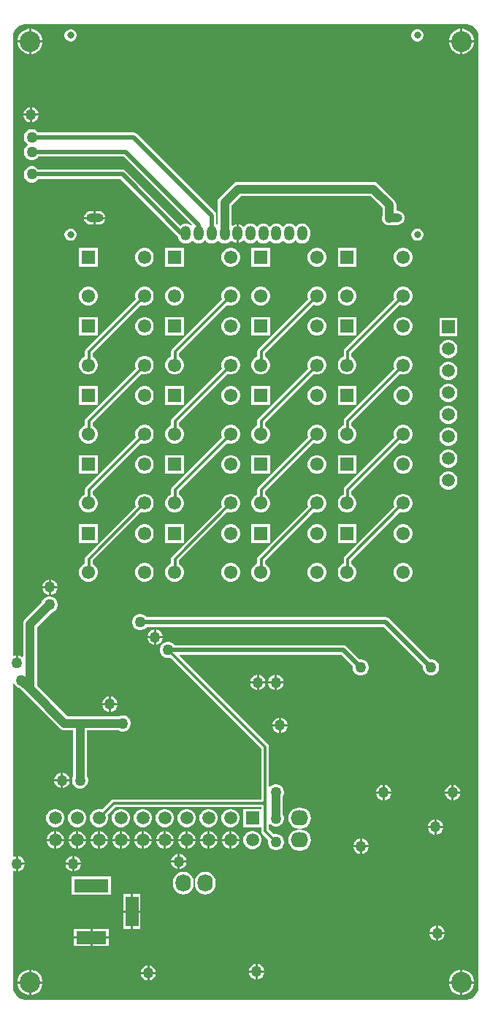
<source format=gbl>
G04*
G04 #@! TF.GenerationSoftware,Altium Limited,Altium Designer,23.6.0 (18)*
G04*
G04 Layer_Physical_Order=2*
G04 Layer_Color=16711680*
%FSLAX44Y44*%
%MOMM*%
G71*
G04*
G04 #@! TF.SameCoordinates,3CA1A126-1A8B-4A0E-99CF-AA2F4EF1290A*
G04*
G04*
G04 #@! TF.FilePolarity,Positive*
G04*
G01*
G75*
%ADD18R,1.5000X1.5000*%
%ADD59R,1.5500X1.5500*%
%ADD60C,1.5500*%
%ADD63C,0.3000*%
%ADD64C,1.0000*%
%ADD65C,0.5000*%
%ADD68O,2.0320X1.7780*%
%ADD69R,4.0000X1.5000*%
%ADD70R,3.5000X1.5000*%
%ADD71R,1.5000X3.5000*%
%ADD72C,1.5000*%
G04:AMPARAMS|DCode=73|XSize=1.2mm|YSize=1.7mm|CornerRadius=0.6mm|HoleSize=0mm|Usage=FLASHONLY|Rotation=0.000|XOffset=0mm|YOffset=0mm|HoleType=Round|Shape=RoundedRectangle|*
%AMROUNDEDRECTD73*
21,1,1.2000,0.5000,0,0,0.0*
21,1,0.0000,1.7000,0,0,0.0*
1,1,1.2000,0.0000,-0.2500*
1,1,1.2000,0.0000,-0.2500*
1,1,1.2000,0.0000,0.2500*
1,1,1.2000,0.0000,0.2500*
%
%ADD73ROUNDEDRECTD73*%
%ADD74O,2.0000X1.0000*%
%ADD75C,0.8000*%
%ADD76C,2.4000*%
%ADD77R,1.5000X1.5000*%
%ADD78O,1.7780X2.0320*%
%ADD79C,1.2700*%
G36*
X465000Y1365000D02*
X975000Y1365000D01*
X975000Y1365000D01*
X975000Y1365000D01*
X976477Y1365000D01*
X979375Y1364423D01*
X982105Y1363293D01*
X984562Y1361651D01*
X986651Y1359562D01*
X988293Y1357105D01*
X989424Y1354375D01*
X990000Y1351477D01*
Y1350000D01*
X990000Y250000D01*
X990000Y250000D01*
Y248523D01*
X989423Y245625D01*
X988293Y242895D01*
X986651Y240438D01*
X984562Y238349D01*
X982105Y236707D01*
X979375Y235576D01*
X976477Y235000D01*
X465000D01*
X463522Y235000D01*
X460625Y235576D01*
X457895Y236707D01*
X455438Y238349D01*
X453349Y240438D01*
X451707Y242895D01*
X450576Y245625D01*
X450000Y248522D01*
X450000Y250000D01*
Y383852D01*
X451100Y384487D01*
X451569Y384216D01*
X453730Y383637D01*
Y392500D01*
Y401363D01*
X451569Y400784D01*
X451100Y400513D01*
X450000Y401148D01*
Y601288D01*
X451270Y601455D01*
X451287Y601391D01*
X452518Y599259D01*
X454259Y597518D01*
X456391Y596287D01*
X457635Y595954D01*
X464294Y589294D01*
X504294Y549294D01*
X505965Y548012D01*
X507912Y547206D01*
X510000Y546931D01*
X519931D01*
Y493724D01*
X519287Y492609D01*
X518650Y490231D01*
Y487769D01*
X519287Y485391D01*
X520518Y483259D01*
X522259Y481518D01*
X524391Y480287D01*
X526769Y479650D01*
X529231D01*
X531609Y480287D01*
X533741Y481518D01*
X535482Y483259D01*
X536713Y485391D01*
X537350Y487769D01*
Y490231D01*
X536713Y492609D01*
X536069Y493724D01*
Y546931D01*
X572776D01*
X573891Y546287D01*
X576269Y545650D01*
X578731D01*
X581109Y546287D01*
X583241Y547518D01*
X584982Y549259D01*
X586213Y551391D01*
X586850Y553769D01*
Y556231D01*
X586213Y558609D01*
X584982Y560741D01*
X583241Y562482D01*
X581109Y563713D01*
X578731Y564350D01*
X576269D01*
X573891Y563713D01*
X572776Y563069D01*
X513342D01*
X478069Y598342D01*
Y666658D01*
X494865Y683454D01*
X496109Y683787D01*
X498241Y685018D01*
X499982Y686759D01*
X501213Y688891D01*
X501850Y691269D01*
Y693731D01*
X501213Y696109D01*
X499982Y698241D01*
X498241Y699982D01*
X496109Y701213D01*
X493731Y701850D01*
X491269D01*
X488891Y701213D01*
X486759Y699982D01*
X485018Y698241D01*
X483787Y696109D01*
X483454Y694865D01*
X464294Y675706D01*
X463012Y674035D01*
X462206Y672088D01*
X461931Y670000D01*
Y632301D01*
X460758Y631815D01*
X460459Y632114D01*
X458431Y633284D01*
X456270Y633863D01*
Y625000D01*
X453730D01*
Y633863D01*
X451569Y633284D01*
X451100Y633013D01*
X450000Y633648D01*
X450000Y1348804D01*
X450000Y1350000D01*
X450000Y1350000D01*
X450000Y1350000D01*
X450000Y1351477D01*
X450576Y1354375D01*
X451707Y1357105D01*
X453349Y1359562D01*
X455438Y1361651D01*
X457895Y1363293D01*
X460625Y1364424D01*
X463522Y1365000D01*
X465000Y1365000D01*
D02*
G37*
%LPC*%
G36*
X971914Y1359540D02*
X971270D01*
Y1346270D01*
X984540D01*
Y1346914D01*
X983549Y1350612D01*
X981635Y1353928D01*
X978928Y1356635D01*
X975612Y1358549D01*
X971914Y1359540D01*
D02*
G37*
G36*
X968730D02*
X968086D01*
X964388Y1358549D01*
X961072Y1356635D01*
X958365Y1353928D01*
X956451Y1350612D01*
X955460Y1346914D01*
Y1346270D01*
X968730D01*
Y1359540D01*
D02*
G37*
G36*
X471914D02*
X471270D01*
Y1346270D01*
X484540D01*
Y1346914D01*
X483549Y1350612D01*
X481635Y1353928D01*
X478928Y1356635D01*
X475612Y1358549D01*
X471914Y1359540D01*
D02*
G37*
G36*
X468730D02*
X468086D01*
X464388Y1358549D01*
X461072Y1356635D01*
X458365Y1353928D01*
X456451Y1350612D01*
X455460Y1346914D01*
Y1346270D01*
X468730D01*
Y1359540D01*
D02*
G37*
G36*
X919922Y1359000D02*
X918079D01*
X916298Y1358523D01*
X914702Y1357601D01*
X913399Y1356298D01*
X912477Y1354702D01*
X912000Y1352922D01*
Y1351078D01*
X912477Y1349298D01*
X913399Y1347702D01*
X914702Y1346399D01*
X916298Y1345477D01*
X918079Y1345000D01*
X919922D01*
X921702Y1345477D01*
X923298Y1346399D01*
X924602Y1347702D01*
X925523Y1349298D01*
X926000Y1351078D01*
Y1352922D01*
X925523Y1354702D01*
X924602Y1356298D01*
X923298Y1357601D01*
X921702Y1358523D01*
X919922Y1359000D01*
D02*
G37*
G36*
X517921D02*
X516078D01*
X514298Y1358523D01*
X512702Y1357601D01*
X511399Y1356298D01*
X510477Y1354702D01*
X510000Y1352922D01*
Y1351078D01*
X510477Y1349298D01*
X511399Y1347702D01*
X512702Y1346399D01*
X514298Y1345477D01*
X516078Y1345000D01*
X517921D01*
X519702Y1345477D01*
X521298Y1346399D01*
X522601Y1347702D01*
X523523Y1349298D01*
X524000Y1351078D01*
Y1352922D01*
X523523Y1354702D01*
X522601Y1356298D01*
X521298Y1357601D01*
X519702Y1358523D01*
X517921Y1359000D01*
D02*
G37*
G36*
X984540Y1343730D02*
X971270D01*
Y1330460D01*
X971914D01*
X975612Y1331451D01*
X978928Y1333365D01*
X981635Y1336072D01*
X983549Y1339388D01*
X984540Y1343086D01*
Y1343730D01*
D02*
G37*
G36*
X968730D02*
X955460D01*
Y1343086D01*
X956451Y1339388D01*
X958365Y1336072D01*
X961072Y1333365D01*
X964388Y1331451D01*
X968086Y1330460D01*
X968730D01*
Y1343730D01*
D02*
G37*
G36*
X484540D02*
X471270D01*
Y1330460D01*
X471914D01*
X475612Y1331451D01*
X478928Y1333365D01*
X481635Y1336072D01*
X483549Y1339388D01*
X484540Y1343086D01*
Y1343730D01*
D02*
G37*
G36*
X468730D02*
X455460D01*
Y1343086D01*
X456451Y1339388D01*
X458365Y1336072D01*
X461072Y1333365D01*
X464388Y1331451D01*
X468086Y1330460D01*
X468730D01*
Y1343730D01*
D02*
G37*
G36*
X472270Y1268863D02*
Y1261270D01*
X479863D01*
X479284Y1263431D01*
X478114Y1265459D01*
X476459Y1267114D01*
X474431Y1268284D01*
X472270Y1268863D01*
D02*
G37*
G36*
X469730D02*
X467569Y1268284D01*
X465541Y1267114D01*
X463886Y1265459D01*
X462716Y1263431D01*
X462137Y1261270D01*
X469730D01*
Y1268863D01*
D02*
G37*
G36*
X479863Y1258730D02*
X472270D01*
Y1251137D01*
X474431Y1251716D01*
X476459Y1252886D01*
X478114Y1254541D01*
X479284Y1256569D01*
X479863Y1258730D01*
D02*
G37*
G36*
X469730D02*
X462137D01*
X462716Y1256569D01*
X463886Y1254541D01*
X465541Y1252886D01*
X467569Y1251716D01*
X469730Y1251137D01*
Y1258730D01*
D02*
G37*
G36*
X550000Y1148105D02*
X546270D01*
Y1141770D01*
X557438D01*
X557346Y1142468D01*
X556586Y1144303D01*
X555378Y1145878D01*
X553802Y1147086D01*
X551968Y1147846D01*
X550000Y1148105D01*
D02*
G37*
G36*
X543730D02*
X540000D01*
X538032Y1147846D01*
X536197Y1147086D01*
X534622Y1145878D01*
X533414Y1144303D01*
X532654Y1142468D01*
X532562Y1141770D01*
X543730D01*
Y1148105D01*
D02*
G37*
G36*
X557438Y1139230D02*
X546270D01*
Y1132895D01*
X550000D01*
X551968Y1133154D01*
X553802Y1133914D01*
X555378Y1135122D01*
X556586Y1136697D01*
X557346Y1138532D01*
X557438Y1139230D01*
D02*
G37*
G36*
X543730D02*
X532562D01*
X532654Y1138532D01*
X533414Y1136697D01*
X534622Y1135122D01*
X536197Y1133914D01*
X538032Y1133154D01*
X540000Y1132895D01*
X543730D01*
Y1139230D01*
D02*
G37*
G36*
X473231Y1243350D02*
X470769D01*
X468391Y1242713D01*
X466259Y1241482D01*
X464518Y1239741D01*
X463287Y1237609D01*
X462650Y1235231D01*
Y1232769D01*
X463287Y1230391D01*
X464518Y1228259D01*
X466259Y1226518D01*
X466923Y1226135D01*
Y1224865D01*
X466259Y1224482D01*
X464518Y1222741D01*
X463287Y1220609D01*
X462650Y1218231D01*
Y1215769D01*
X463287Y1213391D01*
X464518Y1211259D01*
X466259Y1209518D01*
X468391Y1208287D01*
X470769Y1207650D01*
X473231D01*
X475609Y1208287D01*
X477741Y1209518D01*
X479482Y1211259D01*
X479559Y1211392D01*
X578677D01*
X657482Y1132588D01*
X656643Y1131631D01*
X655039Y1132861D01*
X652850Y1133768D01*
X650500Y1134078D01*
X648150Y1133768D01*
X645961Y1132861D01*
X644325Y1131606D01*
X580965Y1194965D01*
X579146Y1196181D01*
X577000Y1196608D01*
X479559D01*
X479482Y1196741D01*
X477741Y1198482D01*
X475609Y1199713D01*
X473231Y1200350D01*
X470769D01*
X468391Y1199713D01*
X466259Y1198482D01*
X464518Y1196741D01*
X463287Y1194609D01*
X462650Y1192231D01*
Y1189769D01*
X463287Y1187391D01*
X464518Y1185259D01*
X466259Y1183518D01*
X468391Y1182287D01*
X470769Y1181650D01*
X473231D01*
X475609Y1182287D01*
X477741Y1183518D01*
X479482Y1185259D01*
X479559Y1185392D01*
X574677D01*
X641535Y1118535D01*
X641623Y1118476D01*
X641732Y1117651D01*
X642638Y1115461D01*
X644081Y1113581D01*
X645961Y1112139D01*
X648150Y1111232D01*
X650500Y1110922D01*
X652850Y1111232D01*
X655039Y1112139D01*
X656919Y1113581D01*
X657365Y1114163D01*
X658635D01*
X659081Y1113581D01*
X660961Y1112139D01*
X663150Y1111232D01*
X665500Y1110922D01*
X667850Y1111232D01*
X670039Y1112139D01*
X671919Y1113581D01*
X672365Y1114163D01*
X673635D01*
X674081Y1113581D01*
X675961Y1112139D01*
X678150Y1111232D01*
X680500Y1110922D01*
X682850Y1111232D01*
X685039Y1112139D01*
X686919Y1113581D01*
X687365Y1114163D01*
X688635D01*
X689081Y1113581D01*
X690961Y1112139D01*
X693150Y1111232D01*
X695500Y1110922D01*
X697850Y1111232D01*
X700039Y1112139D01*
X701919Y1113581D01*
X702655Y1114540D01*
X703925D01*
X704409Y1113909D01*
X706193Y1112540D01*
X708271Y1111680D01*
X709230Y1111553D01*
Y1122500D01*
Y1133447D01*
X708271Y1133320D01*
X706193Y1132460D01*
X704839Y1131421D01*
X703569Y1131982D01*
Y1155158D01*
X714342Y1165931D01*
X864800D01*
X878471Y1152260D01*
Y1143226D01*
X878249Y1142691D01*
X877974Y1140602D01*
X878249Y1138514D01*
X879055Y1136568D01*
X880337Y1134897D01*
X880422Y1134832D01*
X880834Y1134294D01*
X882505Y1133012D01*
X884451Y1132206D01*
X886540Y1131931D01*
X888628Y1132206D01*
X889418Y1132533D01*
X896043D01*
X898131Y1132808D01*
X900078Y1133614D01*
X901749Y1134897D01*
X903031Y1136568D01*
X903837Y1138514D01*
X904112Y1140602D01*
X903837Y1142691D01*
X903031Y1144637D01*
X901749Y1146308D01*
X900078Y1147590D01*
X898131Y1148396D01*
X896043Y1148671D01*
X894609D01*
Y1155602D01*
X894334Y1157691D01*
X893528Y1159637D01*
X892245Y1161308D01*
X873848Y1179706D01*
X872177Y1180988D01*
X870230Y1181794D01*
X868142Y1182069D01*
X711000D01*
X708912Y1181794D01*
X706965Y1180988D01*
X705294Y1179706D01*
X689794Y1164206D01*
X688512Y1162534D01*
X687706Y1160588D01*
X687431Y1158500D01*
Y1134063D01*
X686161Y1133357D01*
X686108Y1133390D01*
Y1143500D01*
X685681Y1145646D01*
X684465Y1147465D01*
X593965Y1237965D01*
X592146Y1239181D01*
X590000Y1239608D01*
X479559D01*
X479482Y1239741D01*
X477741Y1241482D01*
X475609Y1242713D01*
X473231Y1243350D01*
D02*
G37*
G36*
X785500Y1134078D02*
X783150Y1133768D01*
X780961Y1132861D01*
X779081Y1131419D01*
X778635Y1130837D01*
X777365D01*
X776919Y1131419D01*
X775039Y1132861D01*
X772850Y1133768D01*
X770500Y1134078D01*
X768150Y1133768D01*
X765961Y1132861D01*
X764081Y1131419D01*
X763635Y1130837D01*
X762365D01*
X761919Y1131419D01*
X760039Y1132861D01*
X757850Y1133768D01*
X755500Y1134078D01*
X753150Y1133768D01*
X750961Y1132861D01*
X749081Y1131419D01*
X748635Y1130837D01*
X747365D01*
X746919Y1131419D01*
X745039Y1132861D01*
X742850Y1133768D01*
X740500Y1134078D01*
X738150Y1133768D01*
X735961Y1132861D01*
X734081Y1131419D01*
X733635Y1130837D01*
X732365D01*
X731919Y1131419D01*
X730039Y1132861D01*
X727850Y1133768D01*
X725500Y1134078D01*
X723150Y1133768D01*
X720961Y1132861D01*
X719081Y1131419D01*
X718345Y1130460D01*
X717075D01*
X716591Y1131091D01*
X714807Y1132460D01*
X712729Y1133320D01*
X711770Y1133447D01*
Y1122500D01*
Y1111553D01*
X712729Y1111680D01*
X714807Y1112540D01*
X716591Y1113909D01*
X717075Y1114540D01*
X718345D01*
X719081Y1113581D01*
X720961Y1112139D01*
X723150Y1111232D01*
X725500Y1110922D01*
X727850Y1111232D01*
X730039Y1112139D01*
X731919Y1113581D01*
X732365Y1114163D01*
X733635D01*
X734081Y1113581D01*
X735961Y1112139D01*
X738150Y1111232D01*
X740500Y1110922D01*
X742850Y1111232D01*
X745039Y1112139D01*
X746919Y1113581D01*
X747365Y1114163D01*
X748635D01*
X749081Y1113581D01*
X750961Y1112139D01*
X753150Y1111232D01*
X755500Y1110922D01*
X757850Y1111232D01*
X760039Y1112139D01*
X761919Y1113581D01*
X762365Y1114163D01*
X763635D01*
X764081Y1113581D01*
X765961Y1112139D01*
X768150Y1111232D01*
X770500Y1110922D01*
X772850Y1111232D01*
X775039Y1112139D01*
X776919Y1113581D01*
X777365Y1114163D01*
X778635D01*
X779081Y1113581D01*
X780961Y1112139D01*
X783150Y1111232D01*
X785500Y1110922D01*
X787850Y1111232D01*
X790039Y1112139D01*
X791919Y1113581D01*
X793362Y1115461D01*
X794268Y1117651D01*
X794578Y1120000D01*
Y1125000D01*
X794268Y1127349D01*
X793362Y1129539D01*
X791919Y1131419D01*
X790039Y1132861D01*
X787850Y1133768D01*
X785500Y1134078D01*
D02*
G37*
G36*
X919922Y1128000D02*
X918078D01*
X916298Y1127523D01*
X914702Y1126601D01*
X913399Y1125298D01*
X912477Y1123702D01*
X912000Y1121922D01*
Y1120078D01*
X912477Y1118298D01*
X913399Y1116702D01*
X914702Y1115399D01*
X916298Y1114477D01*
X918078Y1114000D01*
X919922D01*
X921702Y1114477D01*
X923298Y1115399D01*
X924601Y1116702D01*
X925523Y1118298D01*
X926000Y1120078D01*
Y1121922D01*
X925523Y1123702D01*
X924601Y1125298D01*
X923298Y1126601D01*
X921702Y1127523D01*
X919922Y1128000D01*
D02*
G37*
G36*
X517921D02*
X516078D01*
X514298Y1127523D01*
X512702Y1126601D01*
X511399Y1125298D01*
X510477Y1123702D01*
X510000Y1121922D01*
Y1120078D01*
X510477Y1118298D01*
X511399Y1116702D01*
X512702Y1115399D01*
X514298Y1114477D01*
X516078Y1114000D01*
X517921D01*
X519702Y1114477D01*
X521298Y1115399D01*
X522601Y1116702D01*
X523523Y1118298D01*
X524000Y1120078D01*
Y1121922D01*
X523523Y1123702D01*
X522601Y1125298D01*
X521298Y1126601D01*
X519702Y1127523D01*
X517921Y1128000D01*
D02*
G37*
G36*
X903915Y1105750D02*
X901085D01*
X898351Y1105017D01*
X895899Y1103602D01*
X893898Y1101601D01*
X892483Y1099149D01*
X891750Y1096415D01*
Y1093585D01*
X892483Y1090851D01*
X893898Y1088399D01*
X895899Y1086398D01*
X898351Y1084983D01*
X901085Y1084250D01*
X903915D01*
X906649Y1084983D01*
X909101Y1086398D01*
X911102Y1088399D01*
X912517Y1090851D01*
X913250Y1093585D01*
Y1096415D01*
X912517Y1099149D01*
X911102Y1101601D01*
X909101Y1103602D01*
X906649Y1105017D01*
X903915Y1105750D01*
D02*
G37*
G36*
X848250D02*
X826750D01*
Y1084250D01*
X848250D01*
Y1105750D01*
D02*
G37*
G36*
X803915D02*
X801085D01*
X798351Y1105017D01*
X795899Y1103602D01*
X793898Y1101601D01*
X792483Y1099149D01*
X791750Y1096415D01*
Y1093585D01*
X792483Y1090851D01*
X793898Y1088399D01*
X795899Y1086398D01*
X798351Y1084983D01*
X801085Y1084250D01*
X803915D01*
X806649Y1084983D01*
X809101Y1086398D01*
X811102Y1088399D01*
X812517Y1090851D01*
X813250Y1093585D01*
Y1096415D01*
X812517Y1099149D01*
X811102Y1101601D01*
X809101Y1103602D01*
X806649Y1105017D01*
X803915Y1105750D01*
D02*
G37*
G36*
X748250D02*
X726750D01*
Y1084250D01*
X748250D01*
Y1105750D01*
D02*
G37*
G36*
X703915D02*
X701085D01*
X698351Y1105017D01*
X695899Y1103602D01*
X693898Y1101601D01*
X692483Y1099149D01*
X691750Y1096415D01*
Y1093585D01*
X692483Y1090851D01*
X693898Y1088399D01*
X695899Y1086398D01*
X698351Y1084983D01*
X701085Y1084250D01*
X703915D01*
X706649Y1084983D01*
X709101Y1086398D01*
X711102Y1088399D01*
X712517Y1090851D01*
X713250Y1093585D01*
Y1096415D01*
X712517Y1099149D01*
X711102Y1101601D01*
X709101Y1103602D01*
X706649Y1105017D01*
X703915Y1105750D01*
D02*
G37*
G36*
X648250D02*
X626750D01*
Y1084250D01*
X648250D01*
Y1105750D01*
D02*
G37*
G36*
X603915D02*
X601085D01*
X598351Y1105017D01*
X595899Y1103602D01*
X593898Y1101601D01*
X592483Y1099149D01*
X591750Y1096415D01*
Y1093585D01*
X592483Y1090851D01*
X593898Y1088399D01*
X595899Y1086398D01*
X598351Y1084983D01*
X601085Y1084250D01*
X603915D01*
X606649Y1084983D01*
X609101Y1086398D01*
X611102Y1088399D01*
X612517Y1090851D01*
X613250Y1093585D01*
Y1096415D01*
X612517Y1099149D01*
X611102Y1101601D01*
X609101Y1103602D01*
X606649Y1105017D01*
X603915Y1105750D01*
D02*
G37*
G36*
X548250D02*
X526750D01*
Y1084250D01*
X548250D01*
Y1105750D01*
D02*
G37*
G36*
X903915Y1060750D02*
X901085D01*
X898351Y1060017D01*
X895899Y1058602D01*
X893898Y1056601D01*
X892483Y1054149D01*
X891750Y1051415D01*
Y1048585D01*
X892352Y1046340D01*
X834888Y988877D01*
X833894Y987388D01*
X833544Y985632D01*
Y980069D01*
X833351Y980017D01*
X830899Y978602D01*
X828898Y976601D01*
X827483Y974149D01*
X826750Y971415D01*
Y968585D01*
X827483Y965851D01*
X828898Y963399D01*
X830899Y961398D01*
X833351Y959983D01*
X836085Y959250D01*
X838915D01*
X841649Y959983D01*
X844101Y961398D01*
X846102Y963399D01*
X847517Y965851D01*
X848250Y968585D01*
Y971415D01*
X847517Y974149D01*
X846102Y976601D01*
X844101Y978602D01*
X842721Y979399D01*
Y983732D01*
X898840Y1039852D01*
X901085Y1039250D01*
X903915D01*
X906649Y1039983D01*
X909101Y1041398D01*
X911102Y1043399D01*
X912517Y1045851D01*
X913250Y1048585D01*
Y1051415D01*
X912517Y1054149D01*
X911102Y1056601D01*
X909101Y1058602D01*
X906649Y1060017D01*
X903915Y1060750D01*
D02*
G37*
G36*
X838915D02*
X836085D01*
X833351Y1060017D01*
X830899Y1058602D01*
X828898Y1056601D01*
X827483Y1054149D01*
X826750Y1051415D01*
Y1048585D01*
X827483Y1045851D01*
X828898Y1043399D01*
X830899Y1041398D01*
X833351Y1039983D01*
X836085Y1039250D01*
X838915D01*
X841649Y1039983D01*
X844101Y1041398D01*
X846102Y1043399D01*
X847517Y1045851D01*
X848250Y1048585D01*
Y1051415D01*
X847517Y1054149D01*
X846102Y1056601D01*
X844101Y1058602D01*
X841649Y1060017D01*
X838915Y1060750D01*
D02*
G37*
G36*
X803915D02*
X801085D01*
X798351Y1060017D01*
X795899Y1058602D01*
X793898Y1056601D01*
X792483Y1054149D01*
X791750Y1051415D01*
Y1048585D01*
X792352Y1046340D01*
X734888Y988877D01*
X733894Y987388D01*
X733544Y985632D01*
Y980069D01*
X733351Y980017D01*
X730899Y978602D01*
X728898Y976601D01*
X727483Y974149D01*
X726750Y971415D01*
Y968585D01*
X727483Y965851D01*
X728898Y963399D01*
X730899Y961398D01*
X733351Y959983D01*
X736085Y959250D01*
X738915D01*
X741649Y959983D01*
X744101Y961398D01*
X746102Y963399D01*
X747517Y965851D01*
X748250Y968585D01*
Y971415D01*
X747517Y974149D01*
X746102Y976601D01*
X744101Y978602D01*
X742721Y979399D01*
Y983732D01*
X798840Y1039852D01*
X801085Y1039250D01*
X803915D01*
X806649Y1039983D01*
X809101Y1041398D01*
X811102Y1043399D01*
X812517Y1045851D01*
X813250Y1048585D01*
Y1051415D01*
X812517Y1054149D01*
X811102Y1056601D01*
X809101Y1058602D01*
X806649Y1060017D01*
X803915Y1060750D01*
D02*
G37*
G36*
X738915D02*
X736085D01*
X733351Y1060017D01*
X730899Y1058602D01*
X728898Y1056601D01*
X727483Y1054149D01*
X726750Y1051415D01*
Y1048585D01*
X727483Y1045851D01*
X728898Y1043399D01*
X730899Y1041398D01*
X733351Y1039983D01*
X736085Y1039250D01*
X738915D01*
X741649Y1039983D01*
X744101Y1041398D01*
X746102Y1043399D01*
X747517Y1045851D01*
X748250Y1048585D01*
Y1051415D01*
X747517Y1054149D01*
X746102Y1056601D01*
X744101Y1058602D01*
X741649Y1060017D01*
X738915Y1060750D01*
D02*
G37*
G36*
X703915D02*
X701085D01*
X698351Y1060017D01*
X695899Y1058602D01*
X693898Y1056601D01*
X692483Y1054149D01*
X691750Y1051415D01*
Y1048585D01*
X692352Y1046340D01*
X634888Y988877D01*
X633894Y987388D01*
X633544Y985632D01*
Y980069D01*
X633351Y980017D01*
X630899Y978602D01*
X628898Y976601D01*
X627483Y974149D01*
X626750Y971415D01*
Y968585D01*
X627483Y965851D01*
X628898Y963399D01*
X630899Y961398D01*
X633351Y959983D01*
X636085Y959250D01*
X638915D01*
X641649Y959983D01*
X644101Y961398D01*
X646102Y963399D01*
X647517Y965851D01*
X648250Y968585D01*
Y971415D01*
X647517Y974149D01*
X646102Y976601D01*
X644101Y978602D01*
X642721Y979399D01*
Y983732D01*
X698840Y1039852D01*
X701085Y1039250D01*
X703915D01*
X706649Y1039983D01*
X709101Y1041398D01*
X711102Y1043399D01*
X712517Y1045851D01*
X713250Y1048585D01*
Y1051415D01*
X712517Y1054149D01*
X711102Y1056601D01*
X709101Y1058602D01*
X706649Y1060017D01*
X703915Y1060750D01*
D02*
G37*
G36*
X638915D02*
X636085D01*
X633351Y1060017D01*
X630899Y1058602D01*
X628898Y1056601D01*
X627483Y1054149D01*
X626750Y1051415D01*
Y1048585D01*
X627483Y1045851D01*
X628898Y1043399D01*
X630899Y1041398D01*
X633351Y1039983D01*
X636085Y1039250D01*
X638915D01*
X641649Y1039983D01*
X644101Y1041398D01*
X646102Y1043399D01*
X647517Y1045851D01*
X648250Y1048585D01*
Y1051415D01*
X647517Y1054149D01*
X646102Y1056601D01*
X644101Y1058602D01*
X641649Y1060017D01*
X638915Y1060750D01*
D02*
G37*
G36*
X603915D02*
X601085D01*
X598351Y1060017D01*
X595899Y1058602D01*
X593898Y1056601D01*
X592483Y1054149D01*
X591750Y1051415D01*
Y1048585D01*
X592351Y1046340D01*
X534888Y988877D01*
X533894Y987388D01*
X533544Y985632D01*
Y980069D01*
X533351Y980017D01*
X530899Y978602D01*
X528898Y976601D01*
X527483Y974149D01*
X526750Y971415D01*
Y968585D01*
X527483Y965851D01*
X528898Y963399D01*
X530899Y961398D01*
X533351Y959983D01*
X536085Y959250D01*
X538915D01*
X541649Y959983D01*
X544101Y961398D01*
X546102Y963399D01*
X547517Y965851D01*
X548250Y968585D01*
Y971415D01*
X547517Y974149D01*
X546102Y976601D01*
X544101Y978602D01*
X542721Y979399D01*
Y983732D01*
X598840Y1039852D01*
X601085Y1039250D01*
X603915D01*
X606649Y1039983D01*
X609101Y1041398D01*
X611102Y1043399D01*
X612517Y1045851D01*
X613250Y1048585D01*
Y1051415D01*
X612517Y1054149D01*
X611102Y1056601D01*
X609101Y1058602D01*
X606649Y1060017D01*
X603915Y1060750D01*
D02*
G37*
G36*
X538915D02*
X536085D01*
X533351Y1060017D01*
X530899Y1058602D01*
X528898Y1056601D01*
X527483Y1054149D01*
X526750Y1051415D01*
Y1048585D01*
X527483Y1045851D01*
X528898Y1043399D01*
X530899Y1041398D01*
X533351Y1039983D01*
X536085Y1039250D01*
X538915D01*
X541649Y1039983D01*
X544101Y1041398D01*
X546102Y1043399D01*
X547517Y1045851D01*
X548250Y1048585D01*
Y1051415D01*
X547517Y1054149D01*
X546102Y1056601D01*
X544101Y1058602D01*
X541649Y1060017D01*
X538915Y1060750D01*
D02*
G37*
G36*
X903915Y1025750D02*
X901085D01*
X898351Y1025017D01*
X895899Y1023602D01*
X893898Y1021601D01*
X892483Y1019149D01*
X891750Y1016415D01*
Y1013585D01*
X892483Y1010851D01*
X893898Y1008399D01*
X895899Y1006398D01*
X898351Y1004983D01*
X901085Y1004250D01*
X903915D01*
X906649Y1004983D01*
X909101Y1006398D01*
X911102Y1008399D01*
X912517Y1010851D01*
X913250Y1013585D01*
Y1016415D01*
X912517Y1019149D01*
X911102Y1021601D01*
X909101Y1023602D01*
X906649Y1025017D01*
X903915Y1025750D01*
D02*
G37*
G36*
X848250D02*
X826750D01*
Y1004250D01*
X848250D01*
Y1025750D01*
D02*
G37*
G36*
X803915D02*
X801085D01*
X798351Y1025017D01*
X795899Y1023602D01*
X793898Y1021601D01*
X792483Y1019149D01*
X791750Y1016415D01*
Y1013585D01*
X792483Y1010851D01*
X793898Y1008399D01*
X795899Y1006398D01*
X798351Y1004983D01*
X801085Y1004250D01*
X803915D01*
X806649Y1004983D01*
X809101Y1006398D01*
X811102Y1008399D01*
X812517Y1010851D01*
X813250Y1013585D01*
Y1016415D01*
X812517Y1019149D01*
X811102Y1021601D01*
X809101Y1023602D01*
X806649Y1025017D01*
X803915Y1025750D01*
D02*
G37*
G36*
X748250D02*
X726750D01*
Y1004250D01*
X748250D01*
Y1025750D01*
D02*
G37*
G36*
X703915D02*
X701085D01*
X698351Y1025017D01*
X695899Y1023602D01*
X693898Y1021601D01*
X692483Y1019149D01*
X691750Y1016415D01*
Y1013585D01*
X692483Y1010851D01*
X693898Y1008399D01*
X695899Y1006398D01*
X698351Y1004983D01*
X701085Y1004250D01*
X703915D01*
X706649Y1004983D01*
X709101Y1006398D01*
X711102Y1008399D01*
X712517Y1010851D01*
X713250Y1013585D01*
Y1016415D01*
X712517Y1019149D01*
X711102Y1021601D01*
X709101Y1023602D01*
X706649Y1025017D01*
X703915Y1025750D01*
D02*
G37*
G36*
X648250D02*
X626750D01*
Y1004250D01*
X648250D01*
Y1025750D01*
D02*
G37*
G36*
X603915D02*
X601085D01*
X598351Y1025017D01*
X595899Y1023602D01*
X593898Y1021601D01*
X592483Y1019149D01*
X591750Y1016415D01*
Y1013585D01*
X592483Y1010851D01*
X593898Y1008399D01*
X595899Y1006398D01*
X598351Y1004983D01*
X601085Y1004250D01*
X603915D01*
X606649Y1004983D01*
X609101Y1006398D01*
X611102Y1008399D01*
X612517Y1010851D01*
X613250Y1013585D01*
Y1016415D01*
X612517Y1019149D01*
X611102Y1021601D01*
X609101Y1023602D01*
X606649Y1025017D01*
X603915Y1025750D01*
D02*
G37*
G36*
X548250D02*
X526750D01*
Y1004250D01*
X548250D01*
Y1025750D01*
D02*
G37*
G36*
X965500Y1024600D02*
X944500D01*
Y1003600D01*
X965500D01*
Y1024600D01*
D02*
G37*
G36*
X956382Y999200D02*
X953618D01*
X950947Y998484D01*
X948553Y997102D01*
X946598Y995147D01*
X945216Y992753D01*
X944500Y990082D01*
Y987318D01*
X945216Y984647D01*
X946598Y982253D01*
X948553Y980298D01*
X950947Y978916D01*
X953618Y978200D01*
X956382D01*
X959053Y978916D01*
X961447Y980298D01*
X963402Y982253D01*
X964784Y984647D01*
X965500Y987318D01*
Y990082D01*
X964784Y992753D01*
X963402Y995147D01*
X961447Y997102D01*
X959053Y998484D01*
X956382Y999200D01*
D02*
G37*
G36*
X903915Y980750D02*
X901085D01*
X898351Y980017D01*
X895899Y978602D01*
X893898Y976601D01*
X892483Y974149D01*
X891750Y971415D01*
Y968585D01*
X892352Y966340D01*
X834888Y908877D01*
X833894Y907388D01*
X833544Y905632D01*
Y900069D01*
X833351Y900017D01*
X830899Y898602D01*
X828898Y896601D01*
X827483Y894149D01*
X826750Y891415D01*
Y888585D01*
X827483Y885851D01*
X828898Y883399D01*
X830899Y881398D01*
X833351Y879983D01*
X836085Y879250D01*
X838915D01*
X841649Y879983D01*
X844101Y881398D01*
X846102Y883399D01*
X847517Y885851D01*
X848250Y888585D01*
Y891415D01*
X847517Y894149D01*
X846102Y896601D01*
X844101Y898602D01*
X842721Y899399D01*
Y903732D01*
X898840Y959852D01*
X901085Y959250D01*
X903915D01*
X906649Y959983D01*
X909101Y961398D01*
X911102Y963399D01*
X912517Y965851D01*
X913250Y968585D01*
Y971415D01*
X912517Y974149D01*
X911102Y976601D01*
X909101Y978602D01*
X906649Y980017D01*
X903915Y980750D01*
D02*
G37*
G36*
X803915D02*
X801085D01*
X798351Y980017D01*
X795899Y978602D01*
X793898Y976601D01*
X792483Y974149D01*
X791750Y971415D01*
Y968585D01*
X792352Y966340D01*
X734888Y908877D01*
X733894Y907388D01*
X733544Y905632D01*
Y900069D01*
X733351Y900017D01*
X730899Y898602D01*
X728898Y896601D01*
X727483Y894149D01*
X726750Y891415D01*
Y888585D01*
X727483Y885851D01*
X728898Y883399D01*
X730899Y881398D01*
X733351Y879983D01*
X736085Y879250D01*
X738915D01*
X741649Y879983D01*
X744101Y881398D01*
X746102Y883399D01*
X747517Y885851D01*
X748250Y888585D01*
Y891415D01*
X747517Y894149D01*
X746102Y896601D01*
X744101Y898602D01*
X742721Y899399D01*
Y903732D01*
X798840Y959852D01*
X801085Y959250D01*
X803915D01*
X806649Y959983D01*
X809101Y961398D01*
X811102Y963399D01*
X812517Y965851D01*
X813250Y968585D01*
Y971415D01*
X812517Y974149D01*
X811102Y976601D01*
X809101Y978602D01*
X806649Y980017D01*
X803915Y980750D01*
D02*
G37*
G36*
X703915D02*
X701085D01*
X698351Y980017D01*
X695899Y978602D01*
X693898Y976601D01*
X692483Y974149D01*
X691750Y971415D01*
Y968585D01*
X692352Y966340D01*
X634888Y908877D01*
X633894Y907388D01*
X633544Y905632D01*
Y900069D01*
X633351Y900017D01*
X630899Y898602D01*
X628898Y896601D01*
X627483Y894149D01*
X626750Y891415D01*
Y888585D01*
X627483Y885851D01*
X628898Y883399D01*
X630899Y881398D01*
X633351Y879983D01*
X636085Y879250D01*
X638915D01*
X641649Y879983D01*
X644101Y881398D01*
X646102Y883399D01*
X647517Y885851D01*
X648250Y888585D01*
Y891415D01*
X647517Y894149D01*
X646102Y896601D01*
X644101Y898602D01*
X642721Y899399D01*
Y903732D01*
X698840Y959852D01*
X701085Y959250D01*
X703915D01*
X706649Y959983D01*
X709101Y961398D01*
X711102Y963399D01*
X712517Y965851D01*
X713250Y968585D01*
Y971415D01*
X712517Y974149D01*
X711102Y976601D01*
X709101Y978602D01*
X706649Y980017D01*
X703915Y980750D01*
D02*
G37*
G36*
X603915D02*
X601085D01*
X598351Y980017D01*
X595899Y978602D01*
X593898Y976601D01*
X592483Y974149D01*
X591750Y971415D01*
Y968585D01*
X592351Y966340D01*
X534888Y908877D01*
X533894Y907388D01*
X533544Y905632D01*
Y900069D01*
X533351Y900017D01*
X530899Y898602D01*
X528898Y896601D01*
X527483Y894149D01*
X526750Y891415D01*
Y888585D01*
X527483Y885851D01*
X528898Y883399D01*
X530899Y881398D01*
X533351Y879983D01*
X536085Y879250D01*
X538915D01*
X541649Y879983D01*
X544101Y881398D01*
X546102Y883399D01*
X547517Y885851D01*
X548250Y888585D01*
Y891415D01*
X547517Y894149D01*
X546102Y896601D01*
X544101Y898602D01*
X542721Y899399D01*
Y903732D01*
X598840Y959852D01*
X601085Y959250D01*
X603915D01*
X606649Y959983D01*
X609101Y961398D01*
X611102Y963399D01*
X612517Y965851D01*
X613250Y968585D01*
Y971415D01*
X612517Y974149D01*
X611102Y976601D01*
X609101Y978602D01*
X606649Y980017D01*
X603915Y980750D01*
D02*
G37*
G36*
X956382Y973800D02*
X953618D01*
X950947Y973084D01*
X948553Y971702D01*
X946598Y969747D01*
X945216Y967353D01*
X944500Y964682D01*
Y961918D01*
X945216Y959247D01*
X946598Y956853D01*
X948553Y954898D01*
X950947Y953516D01*
X953618Y952800D01*
X956382D01*
X959053Y953516D01*
X961447Y954898D01*
X963402Y956853D01*
X964784Y959247D01*
X965500Y961918D01*
Y964682D01*
X964784Y967353D01*
X963402Y969747D01*
X961447Y971702D01*
X959053Y973084D01*
X956382Y973800D01*
D02*
G37*
G36*
Y948400D02*
X953618D01*
X950947Y947684D01*
X948553Y946302D01*
X946598Y944347D01*
X945216Y941953D01*
X944500Y939282D01*
Y936518D01*
X945216Y933847D01*
X946598Y931453D01*
X948553Y929498D01*
X950947Y928116D01*
X953618Y927400D01*
X956382D01*
X959053Y928116D01*
X961447Y929498D01*
X963402Y931453D01*
X964784Y933847D01*
X965500Y936518D01*
Y939282D01*
X964784Y941953D01*
X963402Y944347D01*
X961447Y946302D01*
X959053Y947684D01*
X956382Y948400D01*
D02*
G37*
G36*
X903915Y945750D02*
X901085D01*
X898351Y945017D01*
X895899Y943602D01*
X893898Y941601D01*
X892483Y939149D01*
X891750Y936415D01*
Y933585D01*
X892483Y930851D01*
X893898Y928399D01*
X895899Y926398D01*
X898351Y924983D01*
X901085Y924250D01*
X903915D01*
X906649Y924983D01*
X909101Y926398D01*
X911102Y928399D01*
X912517Y930851D01*
X913250Y933585D01*
Y936415D01*
X912517Y939149D01*
X911102Y941601D01*
X909101Y943602D01*
X906649Y945017D01*
X903915Y945750D01*
D02*
G37*
G36*
X848250D02*
X826750D01*
Y924250D01*
X848250D01*
Y945750D01*
D02*
G37*
G36*
X803915D02*
X801085D01*
X798351Y945017D01*
X795899Y943602D01*
X793898Y941601D01*
X792483Y939149D01*
X791750Y936415D01*
Y933585D01*
X792483Y930851D01*
X793898Y928399D01*
X795899Y926398D01*
X798351Y924983D01*
X801085Y924250D01*
X803915D01*
X806649Y924983D01*
X809101Y926398D01*
X811102Y928399D01*
X812517Y930851D01*
X813250Y933585D01*
Y936415D01*
X812517Y939149D01*
X811102Y941601D01*
X809101Y943602D01*
X806649Y945017D01*
X803915Y945750D01*
D02*
G37*
G36*
X748250D02*
X726750D01*
Y924250D01*
X748250D01*
Y945750D01*
D02*
G37*
G36*
X703915D02*
X701085D01*
X698351Y945017D01*
X695899Y943602D01*
X693898Y941601D01*
X692483Y939149D01*
X691750Y936415D01*
Y933585D01*
X692483Y930851D01*
X693898Y928399D01*
X695899Y926398D01*
X698351Y924983D01*
X701085Y924250D01*
X703915D01*
X706649Y924983D01*
X709101Y926398D01*
X711102Y928399D01*
X712517Y930851D01*
X713250Y933585D01*
Y936415D01*
X712517Y939149D01*
X711102Y941601D01*
X709101Y943602D01*
X706649Y945017D01*
X703915Y945750D01*
D02*
G37*
G36*
X648250D02*
X626750D01*
Y924250D01*
X648250D01*
Y945750D01*
D02*
G37*
G36*
X603915D02*
X601085D01*
X598351Y945017D01*
X595899Y943602D01*
X593898Y941601D01*
X592483Y939149D01*
X591750Y936415D01*
Y933585D01*
X592483Y930851D01*
X593898Y928399D01*
X595899Y926398D01*
X598351Y924983D01*
X601085Y924250D01*
X603915D01*
X606649Y924983D01*
X609101Y926398D01*
X611102Y928399D01*
X612517Y930851D01*
X613250Y933585D01*
Y936415D01*
X612517Y939149D01*
X611102Y941601D01*
X609101Y943602D01*
X606649Y945017D01*
X603915Y945750D01*
D02*
G37*
G36*
X548250D02*
X526750D01*
Y924250D01*
X548250D01*
Y945750D01*
D02*
G37*
G36*
X956382Y923000D02*
X953618D01*
X950947Y922284D01*
X948553Y920902D01*
X946598Y918947D01*
X945216Y916553D01*
X944500Y913882D01*
Y911118D01*
X945216Y908447D01*
X946598Y906053D01*
X948553Y904098D01*
X950947Y902716D01*
X953618Y902000D01*
X956382D01*
X959053Y902716D01*
X961447Y904098D01*
X963402Y906053D01*
X964784Y908447D01*
X965500Y911118D01*
Y913882D01*
X964784Y916553D01*
X963402Y918947D01*
X961447Y920902D01*
X959053Y922284D01*
X956382Y923000D01*
D02*
G37*
G36*
X903915Y900750D02*
X901085D01*
X898351Y900017D01*
X895899Y898602D01*
X893898Y896601D01*
X892483Y894149D01*
X891750Y891415D01*
Y888585D01*
X892352Y886340D01*
X834888Y828877D01*
X833894Y827388D01*
X833544Y825632D01*
Y820069D01*
X833351Y820017D01*
X830899Y818602D01*
X828898Y816601D01*
X827483Y814149D01*
X826750Y811415D01*
Y808585D01*
X827483Y805851D01*
X828898Y803399D01*
X830899Y801398D01*
X833351Y799983D01*
X836085Y799250D01*
X838915D01*
X841649Y799983D01*
X844101Y801398D01*
X846102Y803399D01*
X847517Y805851D01*
X848250Y808585D01*
Y811415D01*
X847517Y814149D01*
X846102Y816601D01*
X844101Y818602D01*
X842721Y819399D01*
Y823732D01*
X898840Y879852D01*
X901085Y879250D01*
X903915D01*
X906649Y879983D01*
X909101Y881398D01*
X911102Y883399D01*
X912517Y885851D01*
X913250Y888585D01*
Y891415D01*
X912517Y894149D01*
X911102Y896601D01*
X909101Y898602D01*
X906649Y900017D01*
X903915Y900750D01*
D02*
G37*
G36*
X803915D02*
X801085D01*
X798351Y900017D01*
X795899Y898602D01*
X793898Y896601D01*
X792483Y894149D01*
X791750Y891415D01*
Y888585D01*
X792352Y886340D01*
X734888Y828877D01*
X733894Y827388D01*
X733544Y825632D01*
Y820069D01*
X733351Y820017D01*
X730899Y818602D01*
X728898Y816601D01*
X727483Y814149D01*
X726750Y811415D01*
Y808585D01*
X727483Y805851D01*
X728898Y803399D01*
X730899Y801398D01*
X733351Y799983D01*
X736085Y799250D01*
X738915D01*
X741649Y799983D01*
X744101Y801398D01*
X746102Y803399D01*
X747517Y805851D01*
X748250Y808585D01*
Y811415D01*
X747517Y814149D01*
X746102Y816601D01*
X744101Y818602D01*
X742721Y819399D01*
Y823732D01*
X798840Y879852D01*
X801085Y879250D01*
X803915D01*
X806649Y879983D01*
X809101Y881398D01*
X811102Y883399D01*
X812517Y885851D01*
X813250Y888585D01*
Y891415D01*
X812517Y894149D01*
X811102Y896601D01*
X809101Y898602D01*
X806649Y900017D01*
X803915Y900750D01*
D02*
G37*
G36*
X703915D02*
X701085D01*
X698351Y900017D01*
X695899Y898602D01*
X693898Y896601D01*
X692483Y894149D01*
X691750Y891415D01*
Y888585D01*
X692352Y886340D01*
X634888Y828877D01*
X633894Y827388D01*
X633544Y825632D01*
Y820069D01*
X633351Y820017D01*
X630899Y818602D01*
X628898Y816601D01*
X627483Y814149D01*
X626750Y811415D01*
Y808585D01*
X627483Y805851D01*
X628898Y803399D01*
X630899Y801398D01*
X633351Y799983D01*
X636085Y799250D01*
X638915D01*
X641649Y799983D01*
X644101Y801398D01*
X646102Y803399D01*
X647517Y805851D01*
X648250Y808585D01*
Y811415D01*
X647517Y814149D01*
X646102Y816601D01*
X644101Y818602D01*
X642721Y819399D01*
Y823732D01*
X698840Y879852D01*
X701085Y879250D01*
X703915D01*
X706649Y879983D01*
X709101Y881398D01*
X711102Y883399D01*
X712517Y885851D01*
X713250Y888585D01*
Y891415D01*
X712517Y894149D01*
X711102Y896601D01*
X709101Y898602D01*
X706649Y900017D01*
X703915Y900750D01*
D02*
G37*
G36*
X603915D02*
X601085D01*
X598351Y900017D01*
X595899Y898602D01*
X593898Y896601D01*
X592483Y894149D01*
X591750Y891415D01*
Y888585D01*
X592351Y886340D01*
X534888Y828877D01*
X533894Y827388D01*
X533544Y825632D01*
Y820069D01*
X533351Y820017D01*
X530899Y818602D01*
X528898Y816601D01*
X527483Y814149D01*
X526750Y811415D01*
Y808585D01*
X527483Y805851D01*
X528898Y803399D01*
X530899Y801398D01*
X533351Y799983D01*
X536085Y799250D01*
X538915D01*
X541649Y799983D01*
X544101Y801398D01*
X546102Y803399D01*
X547517Y805851D01*
X548250Y808585D01*
Y811415D01*
X547517Y814149D01*
X546102Y816601D01*
X544101Y818602D01*
X542721Y819399D01*
Y823732D01*
X598840Y879852D01*
X601085Y879250D01*
X603915D01*
X606649Y879983D01*
X609101Y881398D01*
X611102Y883399D01*
X612517Y885851D01*
X613250Y888585D01*
Y891415D01*
X612517Y894149D01*
X611102Y896601D01*
X609101Y898602D01*
X606649Y900017D01*
X603915Y900750D01*
D02*
G37*
G36*
X956382Y897600D02*
X953618D01*
X950947Y896884D01*
X948553Y895502D01*
X946598Y893547D01*
X945216Y891153D01*
X944500Y888482D01*
Y885718D01*
X945216Y883047D01*
X946598Y880653D01*
X948553Y878698D01*
X950947Y877316D01*
X953618Y876600D01*
X956382D01*
X959053Y877316D01*
X961447Y878698D01*
X963402Y880653D01*
X964784Y883047D01*
X965500Y885718D01*
Y888482D01*
X964784Y891153D01*
X963402Y893547D01*
X961447Y895502D01*
X959053Y896884D01*
X956382Y897600D01*
D02*
G37*
G36*
Y872200D02*
X953618D01*
X950947Y871484D01*
X948553Y870102D01*
X946598Y868147D01*
X945216Y865753D01*
X944500Y863082D01*
Y860318D01*
X945216Y857647D01*
X946598Y855253D01*
X948553Y853298D01*
X950947Y851916D01*
X953618Y851200D01*
X956382D01*
X959053Y851916D01*
X961447Y853298D01*
X963402Y855253D01*
X964784Y857647D01*
X965500Y860318D01*
Y863082D01*
X964784Y865753D01*
X963402Y868147D01*
X961447Y870102D01*
X959053Y871484D01*
X956382Y872200D01*
D02*
G37*
G36*
X903915Y865750D02*
X901085D01*
X898351Y865017D01*
X895899Y863602D01*
X893898Y861601D01*
X892483Y859149D01*
X891750Y856415D01*
Y853585D01*
X892483Y850851D01*
X893898Y848399D01*
X895899Y846398D01*
X898351Y844983D01*
X901085Y844250D01*
X903915D01*
X906649Y844983D01*
X909101Y846398D01*
X911102Y848399D01*
X912517Y850851D01*
X913250Y853585D01*
Y856415D01*
X912517Y859149D01*
X911102Y861601D01*
X909101Y863602D01*
X906649Y865017D01*
X903915Y865750D01*
D02*
G37*
G36*
X848250D02*
X826750D01*
Y844250D01*
X848250D01*
Y865750D01*
D02*
G37*
G36*
X803915D02*
X801085D01*
X798351Y865017D01*
X795899Y863602D01*
X793898Y861601D01*
X792483Y859149D01*
X791750Y856415D01*
Y853585D01*
X792483Y850851D01*
X793898Y848399D01*
X795899Y846398D01*
X798351Y844983D01*
X801085Y844250D01*
X803915D01*
X806649Y844983D01*
X809101Y846398D01*
X811102Y848399D01*
X812517Y850851D01*
X813250Y853585D01*
Y856415D01*
X812517Y859149D01*
X811102Y861601D01*
X809101Y863602D01*
X806649Y865017D01*
X803915Y865750D01*
D02*
G37*
G36*
X748250D02*
X726750D01*
Y844250D01*
X748250D01*
Y865750D01*
D02*
G37*
G36*
X703915D02*
X701085D01*
X698351Y865017D01*
X695899Y863602D01*
X693898Y861601D01*
X692483Y859149D01*
X691750Y856415D01*
Y853585D01*
X692483Y850851D01*
X693898Y848399D01*
X695899Y846398D01*
X698351Y844983D01*
X701085Y844250D01*
X703915D01*
X706649Y844983D01*
X709101Y846398D01*
X711102Y848399D01*
X712517Y850851D01*
X713250Y853585D01*
Y856415D01*
X712517Y859149D01*
X711102Y861601D01*
X709101Y863602D01*
X706649Y865017D01*
X703915Y865750D01*
D02*
G37*
G36*
X648250D02*
X626750D01*
Y844250D01*
X648250D01*
Y865750D01*
D02*
G37*
G36*
X603915D02*
X601085D01*
X598351Y865017D01*
X595899Y863602D01*
X593898Y861601D01*
X592483Y859149D01*
X591750Y856415D01*
Y853585D01*
X592483Y850851D01*
X593898Y848399D01*
X595899Y846398D01*
X598351Y844983D01*
X601085Y844250D01*
X603915D01*
X606649Y844983D01*
X609101Y846398D01*
X611102Y848399D01*
X612517Y850851D01*
X613250Y853585D01*
Y856415D01*
X612517Y859149D01*
X611102Y861601D01*
X609101Y863602D01*
X606649Y865017D01*
X603915Y865750D01*
D02*
G37*
G36*
X548250D02*
X526750D01*
Y844250D01*
X548250D01*
Y865750D01*
D02*
G37*
G36*
X956382Y846800D02*
X953618D01*
X950947Y846084D01*
X948553Y844702D01*
X946598Y842747D01*
X945216Y840353D01*
X944500Y837682D01*
Y834918D01*
X945216Y832247D01*
X946598Y829853D01*
X948553Y827898D01*
X950947Y826516D01*
X953618Y825800D01*
X956382D01*
X959053Y826516D01*
X961447Y827898D01*
X963402Y829853D01*
X964784Y832247D01*
X965500Y834918D01*
Y837682D01*
X964784Y840353D01*
X963402Y842747D01*
X961447Y844702D01*
X959053Y846084D01*
X956382Y846800D01*
D02*
G37*
G36*
X903915Y820750D02*
X901085D01*
X898351Y820017D01*
X895899Y818602D01*
X893898Y816601D01*
X892483Y814149D01*
X891750Y811415D01*
Y808585D01*
X892352Y806340D01*
X834888Y748877D01*
X833894Y747388D01*
X833544Y745632D01*
Y740069D01*
X833351Y740017D01*
X830899Y738602D01*
X828898Y736601D01*
X827483Y734149D01*
X826750Y731415D01*
Y728585D01*
X827483Y725851D01*
X828898Y723399D01*
X830899Y721398D01*
X833351Y719983D01*
X836085Y719250D01*
X838915D01*
X841649Y719983D01*
X844101Y721398D01*
X846102Y723399D01*
X847517Y725851D01*
X848250Y728585D01*
Y731415D01*
X847517Y734149D01*
X846102Y736601D01*
X844101Y738602D01*
X842721Y739399D01*
Y743732D01*
X898840Y799852D01*
X901085Y799250D01*
X903915D01*
X906649Y799983D01*
X909101Y801398D01*
X911102Y803399D01*
X912517Y805851D01*
X913250Y808585D01*
Y811415D01*
X912517Y814149D01*
X911102Y816601D01*
X909101Y818602D01*
X906649Y820017D01*
X903915Y820750D01*
D02*
G37*
G36*
X803915D02*
X801085D01*
X798351Y820017D01*
X795899Y818602D01*
X793898Y816601D01*
X792483Y814149D01*
X791750Y811415D01*
Y808585D01*
X792352Y806340D01*
X734888Y748877D01*
X733894Y747388D01*
X733544Y745632D01*
Y740069D01*
X733351Y740017D01*
X730899Y738602D01*
X728898Y736601D01*
X727483Y734149D01*
X726750Y731415D01*
Y728585D01*
X727483Y725851D01*
X728898Y723399D01*
X730899Y721398D01*
X733351Y719983D01*
X736085Y719250D01*
X738915D01*
X741649Y719983D01*
X744101Y721398D01*
X746102Y723399D01*
X747517Y725851D01*
X748250Y728585D01*
Y731415D01*
X747517Y734149D01*
X746102Y736601D01*
X744101Y738602D01*
X742721Y739399D01*
Y743732D01*
X798840Y799852D01*
X801085Y799250D01*
X803915D01*
X806649Y799983D01*
X809101Y801398D01*
X811102Y803399D01*
X812517Y805851D01*
X813250Y808585D01*
Y811415D01*
X812517Y814149D01*
X811102Y816601D01*
X809101Y818602D01*
X806649Y820017D01*
X803915Y820750D01*
D02*
G37*
G36*
X703915D02*
X701085D01*
X698351Y820017D01*
X695899Y818602D01*
X693898Y816601D01*
X692483Y814149D01*
X691750Y811415D01*
Y808585D01*
X692352Y806340D01*
X634888Y748877D01*
X633894Y747388D01*
X633544Y745632D01*
Y740069D01*
X633351Y740017D01*
X630899Y738602D01*
X628898Y736601D01*
X627483Y734149D01*
X626750Y731415D01*
Y728585D01*
X627483Y725851D01*
X628898Y723399D01*
X630899Y721398D01*
X633351Y719983D01*
X636085Y719250D01*
X638915D01*
X641649Y719983D01*
X644101Y721398D01*
X646102Y723399D01*
X647517Y725851D01*
X648250Y728585D01*
Y731415D01*
X647517Y734149D01*
X646102Y736601D01*
X644101Y738602D01*
X642721Y739399D01*
Y743732D01*
X698840Y799852D01*
X701085Y799250D01*
X703915D01*
X706649Y799983D01*
X709101Y801398D01*
X711102Y803399D01*
X712517Y805851D01*
X713250Y808585D01*
Y811415D01*
X712517Y814149D01*
X711102Y816601D01*
X709101Y818602D01*
X706649Y820017D01*
X703915Y820750D01*
D02*
G37*
G36*
X603915D02*
X601085D01*
X598351Y820017D01*
X595899Y818602D01*
X593898Y816601D01*
X592483Y814149D01*
X591750Y811415D01*
Y808585D01*
X592351Y806340D01*
X534888Y748877D01*
X533894Y747388D01*
X533544Y745632D01*
Y740069D01*
X533351Y740017D01*
X530899Y738602D01*
X528898Y736601D01*
X527483Y734149D01*
X526750Y731415D01*
Y728585D01*
X527483Y725851D01*
X528898Y723399D01*
X530899Y721398D01*
X533351Y719983D01*
X536085Y719250D01*
X538915D01*
X541649Y719983D01*
X544101Y721398D01*
X546102Y723399D01*
X547517Y725851D01*
X548250Y728585D01*
Y731415D01*
X547517Y734149D01*
X546102Y736601D01*
X544101Y738602D01*
X542721Y739399D01*
Y743732D01*
X598840Y799852D01*
X601085Y799250D01*
X603915D01*
X606649Y799983D01*
X609101Y801398D01*
X611102Y803399D01*
X612517Y805851D01*
X613250Y808585D01*
Y811415D01*
X612517Y814149D01*
X611102Y816601D01*
X609101Y818602D01*
X606649Y820017D01*
X603915Y820750D01*
D02*
G37*
G36*
X903915Y785750D02*
X901085D01*
X898351Y785017D01*
X895899Y783602D01*
X893898Y781601D01*
X892483Y779149D01*
X891750Y776415D01*
Y773585D01*
X892483Y770851D01*
X893898Y768399D01*
X895899Y766398D01*
X898351Y764983D01*
X901085Y764250D01*
X903915D01*
X906649Y764983D01*
X909101Y766398D01*
X911102Y768399D01*
X912517Y770851D01*
X913250Y773585D01*
Y776415D01*
X912517Y779149D01*
X911102Y781601D01*
X909101Y783602D01*
X906649Y785017D01*
X903915Y785750D01*
D02*
G37*
G36*
X848250D02*
X826750D01*
Y764250D01*
X848250D01*
Y785750D01*
D02*
G37*
G36*
X803915D02*
X801085D01*
X798351Y785017D01*
X795899Y783602D01*
X793898Y781601D01*
X792483Y779149D01*
X791750Y776415D01*
Y773585D01*
X792483Y770851D01*
X793898Y768399D01*
X795899Y766398D01*
X798351Y764983D01*
X801085Y764250D01*
X803915D01*
X806649Y764983D01*
X809101Y766398D01*
X811102Y768399D01*
X812517Y770851D01*
X813250Y773585D01*
Y776415D01*
X812517Y779149D01*
X811102Y781601D01*
X809101Y783602D01*
X806649Y785017D01*
X803915Y785750D01*
D02*
G37*
G36*
X748250D02*
X726750D01*
Y764250D01*
X748250D01*
Y785750D01*
D02*
G37*
G36*
X703915D02*
X701085D01*
X698351Y785017D01*
X695899Y783602D01*
X693898Y781601D01*
X692483Y779149D01*
X691750Y776415D01*
Y773585D01*
X692483Y770851D01*
X693898Y768399D01*
X695899Y766398D01*
X698351Y764983D01*
X701085Y764250D01*
X703915D01*
X706649Y764983D01*
X709101Y766398D01*
X711102Y768399D01*
X712517Y770851D01*
X713250Y773585D01*
Y776415D01*
X712517Y779149D01*
X711102Y781601D01*
X709101Y783602D01*
X706649Y785017D01*
X703915Y785750D01*
D02*
G37*
G36*
X648250D02*
X626750D01*
Y764250D01*
X648250D01*
Y785750D01*
D02*
G37*
G36*
X603915D02*
X601085D01*
X598351Y785017D01*
X595899Y783602D01*
X593898Y781601D01*
X592483Y779149D01*
X591750Y776415D01*
Y773585D01*
X592483Y770851D01*
X593898Y768399D01*
X595899Y766398D01*
X598351Y764983D01*
X601085Y764250D01*
X603915D01*
X606649Y764983D01*
X609101Y766398D01*
X611102Y768399D01*
X612517Y770851D01*
X613250Y773585D01*
Y776415D01*
X612517Y779149D01*
X611102Y781601D01*
X609101Y783602D01*
X606649Y785017D01*
X603915Y785750D01*
D02*
G37*
G36*
X548250D02*
X526750D01*
Y764250D01*
X548250D01*
Y785750D01*
D02*
G37*
G36*
X903915Y740750D02*
X901085D01*
X898351Y740017D01*
X895899Y738602D01*
X893898Y736601D01*
X892483Y734149D01*
X891750Y731415D01*
Y728585D01*
X892483Y725851D01*
X893898Y723399D01*
X895899Y721398D01*
X898351Y719983D01*
X901085Y719250D01*
X903915D01*
X906649Y719983D01*
X909101Y721398D01*
X911102Y723399D01*
X912517Y725851D01*
X913250Y728585D01*
Y731415D01*
X912517Y734149D01*
X911102Y736601D01*
X909101Y738602D01*
X906649Y740017D01*
X903915Y740750D01*
D02*
G37*
G36*
X803915D02*
X801085D01*
X798351Y740017D01*
X795899Y738602D01*
X793898Y736601D01*
X792483Y734149D01*
X791750Y731415D01*
Y728585D01*
X792483Y725851D01*
X793898Y723399D01*
X795899Y721398D01*
X798351Y719983D01*
X801085Y719250D01*
X803915D01*
X806649Y719983D01*
X809101Y721398D01*
X811102Y723399D01*
X812517Y725851D01*
X813250Y728585D01*
Y731415D01*
X812517Y734149D01*
X811102Y736601D01*
X809101Y738602D01*
X806649Y740017D01*
X803915Y740750D01*
D02*
G37*
G36*
X703915D02*
X701085D01*
X698351Y740017D01*
X695899Y738602D01*
X693898Y736601D01*
X692483Y734149D01*
X691750Y731415D01*
Y728585D01*
X692483Y725851D01*
X693898Y723399D01*
X695899Y721398D01*
X698351Y719983D01*
X701085Y719250D01*
X703915D01*
X706649Y719983D01*
X709101Y721398D01*
X711102Y723399D01*
X712517Y725851D01*
X713250Y728585D01*
Y731415D01*
X712517Y734149D01*
X711102Y736601D01*
X709101Y738602D01*
X706649Y740017D01*
X703915Y740750D01*
D02*
G37*
G36*
X603915D02*
X601085D01*
X598351Y740017D01*
X595899Y738602D01*
X593898Y736601D01*
X592483Y734149D01*
X591750Y731415D01*
Y728585D01*
X592483Y725851D01*
X593898Y723399D01*
X595899Y721398D01*
X598351Y719983D01*
X601085Y719250D01*
X603915D01*
X606649Y719983D01*
X609101Y721398D01*
X611102Y723399D01*
X612517Y725851D01*
X613250Y728585D01*
Y731415D01*
X612517Y734149D01*
X611102Y736601D01*
X609101Y738602D01*
X606649Y740017D01*
X603915Y740750D01*
D02*
G37*
G36*
X494280Y721620D02*
Y714026D01*
X501873D01*
X501294Y716188D01*
X500124Y718215D01*
X498469Y719870D01*
X496441Y721040D01*
X494280Y721620D01*
D02*
G37*
G36*
X491740D02*
X489579Y721040D01*
X487551Y719870D01*
X485896Y718215D01*
X484726Y716188D01*
X484147Y714026D01*
X491740D01*
Y721620D01*
D02*
G37*
G36*
X501873Y711486D02*
X494280D01*
Y703893D01*
X496441Y704472D01*
X498469Y705642D01*
X500124Y707298D01*
X501294Y709325D01*
X501873Y711486D01*
D02*
G37*
G36*
X491740D02*
X484147D01*
X484726Y709325D01*
X485896Y707298D01*
X487551Y705642D01*
X489579Y704472D01*
X491740Y703893D01*
Y711486D01*
D02*
G37*
G36*
X616270Y663863D02*
Y656270D01*
X623863D01*
X623284Y658431D01*
X622114Y660459D01*
X620459Y662114D01*
X618431Y663284D01*
X616270Y663863D01*
D02*
G37*
G36*
X613730D02*
X611569Y663284D01*
X609541Y662114D01*
X607886Y660459D01*
X606716Y658431D01*
X606137Y656270D01*
X613730D01*
Y663863D01*
D02*
G37*
G36*
X623863Y653730D02*
X616270D01*
Y646137D01*
X618431Y646716D01*
X620459Y647886D01*
X622114Y649541D01*
X623284Y651569D01*
X623863Y653730D01*
D02*
G37*
G36*
X613730D02*
X606137D01*
X606716Y651569D01*
X607886Y649541D01*
X609541Y647886D01*
X611569Y646716D01*
X613730Y646137D01*
Y653730D01*
D02*
G37*
G36*
X598731Y681850D02*
X596269D01*
X593891Y681213D01*
X591759Y679982D01*
X590018Y678241D01*
X588787Y676109D01*
X588150Y673731D01*
Y671269D01*
X588787Y668891D01*
X590018Y666759D01*
X591759Y665018D01*
X593891Y663787D01*
X596269Y663150D01*
X598731D01*
X601109Y663787D01*
X603241Y665018D01*
X604982Y666759D01*
X605059Y666892D01*
X880177D01*
X925690Y621380D01*
X925650Y621231D01*
Y618769D01*
X926287Y616391D01*
X927518Y614259D01*
X929259Y612518D01*
X931391Y611287D01*
X933769Y610650D01*
X936231D01*
X938609Y611287D01*
X940741Y612518D01*
X942482Y614259D01*
X943713Y616391D01*
X944350Y618769D01*
Y621231D01*
X943713Y623609D01*
X942482Y625741D01*
X940741Y627482D01*
X938609Y628713D01*
X936231Y629350D01*
X933769D01*
X933620Y629310D01*
X886465Y676465D01*
X884646Y677681D01*
X882500Y678108D01*
X605059D01*
X604982Y678241D01*
X603241Y679982D01*
X601109Y681213D01*
X598731Y681850D01*
D02*
G37*
G36*
X631231Y649350D02*
X628769D01*
X626391Y648713D01*
X624259Y647482D01*
X622518Y645741D01*
X621287Y643609D01*
X620650Y641231D01*
Y638769D01*
X621287Y636391D01*
X622518Y634259D01*
X624259Y632518D01*
X626391Y631287D01*
X628769Y630650D01*
X631231D01*
X632517Y630995D01*
X737912Y525600D01*
Y467088D01*
X567100D01*
X565344Y466739D01*
X563856Y465744D01*
X553456Y455344D01*
X551382Y455900D01*
X548618D01*
X545947Y455184D01*
X543553Y453802D01*
X541598Y451847D01*
X540216Y449453D01*
X539500Y446782D01*
Y444018D01*
X540216Y441347D01*
X541598Y438953D01*
X543553Y436998D01*
X545947Y435616D01*
X548618Y434900D01*
X551382D01*
X554053Y435616D01*
X556447Y436998D01*
X558402Y438953D01*
X559784Y441347D01*
X560500Y444018D01*
Y446782D01*
X559944Y448856D01*
X569001Y457912D01*
X737912D01*
Y455900D01*
X717300D01*
Y434900D01*
X737912D01*
Y430000D01*
X738261Y428244D01*
X739256Y426756D01*
X745994Y420017D01*
X745650Y418731D01*
Y416269D01*
X746287Y413891D01*
X747518Y411759D01*
X749259Y410018D01*
X751391Y408787D01*
X753769Y408150D01*
X756231D01*
X758609Y408787D01*
X760741Y410018D01*
X762482Y411759D01*
X763713Y413891D01*
X764350Y416269D01*
Y418731D01*
X763713Y421109D01*
X762482Y423241D01*
X760741Y424982D01*
X758609Y426213D01*
X756231Y426850D01*
X753769D01*
X752483Y426505D01*
X747088Y431900D01*
Y437893D01*
X748358Y438419D01*
X749259Y437518D01*
X751391Y436287D01*
X753769Y435650D01*
X756231D01*
X758609Y436287D01*
X760741Y437518D01*
X762482Y439259D01*
X763713Y441391D01*
X764350Y443769D01*
Y446231D01*
X763713Y448609D01*
X763069Y449724D01*
Y470276D01*
X763713Y471391D01*
X764350Y473769D01*
Y476231D01*
X763713Y478609D01*
X762482Y480741D01*
X760741Y482482D01*
X758609Y483713D01*
X756231Y484350D01*
X753769D01*
X751391Y483713D01*
X749259Y482482D01*
X748358Y481581D01*
X747088Y482107D01*
Y527500D01*
X746739Y529256D01*
X745744Y530744D01*
X643270Y633219D01*
X643756Y634392D01*
X830677D01*
X843840Y621230D01*
X843800Y621081D01*
Y618619D01*
X844437Y616241D01*
X845668Y614109D01*
X847409Y612368D01*
X849541Y611137D01*
X851919Y610500D01*
X854381D01*
X856759Y611137D01*
X858891Y612368D01*
X860632Y614109D01*
X861863Y616241D01*
X862500Y618619D01*
Y621081D01*
X861863Y623459D01*
X860632Y625591D01*
X858891Y627332D01*
X856759Y628563D01*
X854381Y629200D01*
X851919D01*
X851770Y629160D01*
X836965Y643965D01*
X835146Y645181D01*
X833000Y645608D01*
X637559D01*
X637482Y645741D01*
X635741Y647482D01*
X633609Y648713D01*
X631231Y649350D01*
D02*
G37*
G36*
X756270Y611363D02*
Y603770D01*
X763863D01*
X763284Y605931D01*
X762114Y607959D01*
X760459Y609614D01*
X758431Y610784D01*
X756270Y611363D01*
D02*
G37*
G36*
X753730D02*
X751569Y610784D01*
X749541Y609614D01*
X747886Y607959D01*
X746716Y605931D01*
X746137Y603770D01*
X753730D01*
Y611363D01*
D02*
G37*
G36*
X735270D02*
Y603770D01*
X742863D01*
X742284Y605931D01*
X741114Y607959D01*
X739459Y609614D01*
X737431Y610784D01*
X735270Y611363D01*
D02*
G37*
G36*
X732730D02*
X730569Y610784D01*
X728541Y609614D01*
X726886Y607959D01*
X725716Y605931D01*
X725137Y603770D01*
X732730D01*
Y611363D01*
D02*
G37*
G36*
X763863Y601230D02*
X756270D01*
Y593637D01*
X758431Y594216D01*
X760459Y595386D01*
X762114Y597041D01*
X763284Y599069D01*
X763863Y601230D01*
D02*
G37*
G36*
X753730D02*
X746137D01*
X746716Y599069D01*
X747886Y597041D01*
X749541Y595386D01*
X751569Y594216D01*
X753730Y593637D01*
Y601230D01*
D02*
G37*
G36*
X742863D02*
X735270D01*
Y593637D01*
X737431Y594216D01*
X739459Y595386D01*
X741114Y597041D01*
X742284Y599069D01*
X742863Y601230D01*
D02*
G37*
G36*
X732730D02*
X725137D01*
X725716Y599069D01*
X726886Y597041D01*
X728541Y595386D01*
X730569Y594216D01*
X732730Y593637D01*
Y601230D01*
D02*
G37*
G36*
X563770Y586363D02*
Y578770D01*
X571363D01*
X570784Y580931D01*
X569614Y582959D01*
X567959Y584614D01*
X565931Y585784D01*
X563770Y586363D01*
D02*
G37*
G36*
X561230D02*
X559069Y585784D01*
X557041Y584614D01*
X555386Y582959D01*
X554216Y580931D01*
X553637Y578770D01*
X561230D01*
Y586363D01*
D02*
G37*
G36*
X571363Y576230D02*
X563770D01*
Y568637D01*
X565931Y569216D01*
X567959Y570386D01*
X569614Y572041D01*
X570784Y574069D01*
X571363Y576230D01*
D02*
G37*
G36*
X561230D02*
X553637D01*
X554216Y574069D01*
X555386Y572041D01*
X557041Y570386D01*
X559069Y569216D01*
X561230Y568637D01*
Y576230D01*
D02*
G37*
G36*
X761020Y561613D02*
Y554020D01*
X768613D01*
X768034Y556181D01*
X766864Y558209D01*
X765209Y559864D01*
X763181Y561034D01*
X761020Y561613D01*
D02*
G37*
G36*
X758480D02*
X756319Y561034D01*
X754291Y559864D01*
X752636Y558209D01*
X751466Y556181D01*
X750887Y554020D01*
X758480D01*
Y561613D01*
D02*
G37*
G36*
X768613Y551480D02*
X761020D01*
Y543887D01*
X763181Y544466D01*
X765209Y545636D01*
X766864Y547291D01*
X768034Y549319D01*
X768613Y551480D01*
D02*
G37*
G36*
X758480D02*
X750887D01*
X751466Y549319D01*
X752636Y547291D01*
X754291Y545636D01*
X756319Y544466D01*
X758480Y543887D01*
Y551480D01*
D02*
G37*
G36*
X508270Y497863D02*
Y490270D01*
X515863D01*
X515284Y492431D01*
X514114Y494459D01*
X512459Y496114D01*
X510431Y497284D01*
X508270Y497863D01*
D02*
G37*
G36*
X505730D02*
X503569Y497284D01*
X501541Y496114D01*
X499886Y494459D01*
X498716Y492431D01*
X498137Y490270D01*
X505730D01*
Y497863D01*
D02*
G37*
G36*
X515863Y487730D02*
X508270D01*
Y480137D01*
X510431Y480716D01*
X512459Y481886D01*
X514114Y483541D01*
X515284Y485569D01*
X515863Y487730D01*
D02*
G37*
G36*
X505730D02*
X498137D01*
X498716Y485569D01*
X499886Y483541D01*
X501541Y481886D01*
X503569Y480716D01*
X505730Y480137D01*
Y487730D01*
D02*
G37*
G36*
X961270Y483863D02*
Y476270D01*
X968863D01*
X968284Y478431D01*
X967114Y480459D01*
X965459Y482114D01*
X963431Y483284D01*
X961270Y483863D01*
D02*
G37*
G36*
X958730D02*
X956569Y483284D01*
X954541Y482114D01*
X952886Y480459D01*
X951716Y478431D01*
X951137Y476270D01*
X958730D01*
Y483863D01*
D02*
G37*
G36*
X881270D02*
Y476270D01*
X888863D01*
X888284Y478431D01*
X887114Y480459D01*
X885459Y482114D01*
X883431Y483284D01*
X881270Y483863D01*
D02*
G37*
G36*
X878730D02*
X876569Y483284D01*
X874541Y482114D01*
X872886Y480459D01*
X871716Y478431D01*
X871137Y476270D01*
X878730D01*
Y483863D01*
D02*
G37*
G36*
X968863Y473730D02*
X961270D01*
Y466137D01*
X963431Y466716D01*
X965459Y467886D01*
X967114Y469541D01*
X968284Y471569D01*
X968863Y473730D01*
D02*
G37*
G36*
X958730D02*
X951137D01*
X951716Y471569D01*
X952886Y469541D01*
X954541Y467886D01*
X956569Y466716D01*
X958730Y466137D01*
Y473730D01*
D02*
G37*
G36*
X888863D02*
X881270D01*
Y466137D01*
X883431Y466716D01*
X885459Y467886D01*
X887114Y469541D01*
X888284Y471569D01*
X888863Y473730D01*
D02*
G37*
G36*
X878730D02*
X871137D01*
X871716Y471569D01*
X872886Y469541D01*
X874541Y467886D01*
X876569Y466716D01*
X878730Y466137D01*
Y473730D01*
D02*
G37*
G36*
X941270Y443863D02*
Y436270D01*
X948863D01*
X948284Y438431D01*
X947114Y440459D01*
X945459Y442114D01*
X943431Y443284D01*
X941270Y443863D01*
D02*
G37*
G36*
X938730D02*
X936569Y443284D01*
X934541Y442114D01*
X932886Y440459D01*
X931716Y438431D01*
X931137Y436270D01*
X938730D01*
Y443863D01*
D02*
G37*
G36*
X703782Y455900D02*
X701018D01*
X698347Y455184D01*
X695953Y453802D01*
X693998Y451847D01*
X692616Y449453D01*
X691900Y446782D01*
Y444018D01*
X692616Y441347D01*
X693998Y438953D01*
X695953Y436998D01*
X698347Y435616D01*
X701018Y434900D01*
X703782D01*
X706453Y435616D01*
X708847Y436998D01*
X710802Y438953D01*
X712184Y441347D01*
X712900Y444018D01*
Y446782D01*
X712184Y449453D01*
X710802Y451847D01*
X708847Y453802D01*
X706453Y455184D01*
X703782Y455900D01*
D02*
G37*
G36*
X678382D02*
X675618D01*
X672947Y455184D01*
X670553Y453802D01*
X668598Y451847D01*
X667216Y449453D01*
X666500Y446782D01*
Y444018D01*
X667216Y441347D01*
X668598Y438953D01*
X670553Y436998D01*
X672947Y435616D01*
X675618Y434900D01*
X678382D01*
X681053Y435616D01*
X683447Y436998D01*
X685402Y438953D01*
X686784Y441347D01*
X687500Y444018D01*
Y446782D01*
X686784Y449453D01*
X685402Y451847D01*
X683447Y453802D01*
X681053Y455184D01*
X678382Y455900D01*
D02*
G37*
G36*
X652982D02*
X650218D01*
X647547Y455184D01*
X645153Y453802D01*
X643198Y451847D01*
X641816Y449453D01*
X641100Y446782D01*
Y444018D01*
X641816Y441347D01*
X643198Y438953D01*
X645153Y436998D01*
X647547Y435616D01*
X650218Y434900D01*
X652982D01*
X655653Y435616D01*
X658047Y436998D01*
X660002Y438953D01*
X661384Y441347D01*
X662100Y444018D01*
Y446782D01*
X661384Y449453D01*
X660002Y451847D01*
X658047Y453802D01*
X655653Y455184D01*
X652982Y455900D01*
D02*
G37*
G36*
X627582D02*
X624818D01*
X622147Y455184D01*
X619753Y453802D01*
X617798Y451847D01*
X616416Y449453D01*
X615700Y446782D01*
Y444018D01*
X616416Y441347D01*
X617798Y438953D01*
X619753Y436998D01*
X622147Y435616D01*
X624818Y434900D01*
X627582D01*
X630253Y435616D01*
X632647Y436998D01*
X634602Y438953D01*
X635984Y441347D01*
X636700Y444018D01*
Y446782D01*
X635984Y449453D01*
X634602Y451847D01*
X632647Y453802D01*
X630253Y455184D01*
X627582Y455900D01*
D02*
G37*
G36*
X602182D02*
X599418D01*
X596747Y455184D01*
X594353Y453802D01*
X592398Y451847D01*
X591016Y449453D01*
X590300Y446782D01*
Y444018D01*
X591016Y441347D01*
X592398Y438953D01*
X594353Y436998D01*
X596747Y435616D01*
X599418Y434900D01*
X602182D01*
X604853Y435616D01*
X607247Y436998D01*
X609202Y438953D01*
X610584Y441347D01*
X611300Y444018D01*
Y446782D01*
X610584Y449453D01*
X609202Y451847D01*
X607247Y453802D01*
X604853Y455184D01*
X602182Y455900D01*
D02*
G37*
G36*
X576782D02*
X574018D01*
X571347Y455184D01*
X568953Y453802D01*
X566998Y451847D01*
X565616Y449453D01*
X564900Y446782D01*
Y444018D01*
X565616Y441347D01*
X566998Y438953D01*
X568953Y436998D01*
X571347Y435616D01*
X574018Y434900D01*
X576782D01*
X579453Y435616D01*
X581847Y436998D01*
X583802Y438953D01*
X585184Y441347D01*
X585900Y444018D01*
Y446782D01*
X585184Y449453D01*
X583802Y451847D01*
X581847Y453802D01*
X579453Y455184D01*
X576782Y455900D01*
D02*
G37*
G36*
X525982D02*
X523218D01*
X520547Y455184D01*
X518153Y453802D01*
X516198Y451847D01*
X514816Y449453D01*
X514100Y446782D01*
Y444018D01*
X514816Y441347D01*
X516198Y438953D01*
X518153Y436998D01*
X520547Y435616D01*
X523218Y434900D01*
X525982D01*
X528653Y435616D01*
X531047Y436998D01*
X533002Y438953D01*
X534384Y441347D01*
X535100Y444018D01*
Y446782D01*
X534384Y449453D01*
X533002Y451847D01*
X531047Y453802D01*
X528653Y455184D01*
X525982Y455900D01*
D02*
G37*
G36*
X500582D02*
X497818D01*
X495147Y455184D01*
X492753Y453802D01*
X490798Y451847D01*
X489416Y449453D01*
X488700Y446782D01*
Y444018D01*
X489416Y441347D01*
X490798Y438953D01*
X492753Y436998D01*
X495147Y435616D01*
X497818Y434900D01*
X500582D01*
X503253Y435616D01*
X505647Y436998D01*
X507602Y438953D01*
X508984Y441347D01*
X509700Y444018D01*
Y446782D01*
X508984Y449453D01*
X507602Y451847D01*
X505647Y453802D01*
X503253Y455184D01*
X500582Y455900D01*
D02*
G37*
G36*
X783770Y457193D02*
X781230D01*
X778126Y456784D01*
X775234Y455586D01*
X772750Y453680D01*
X770844Y451196D01*
X769646Y448304D01*
X769237Y445200D01*
X769646Y442096D01*
X770844Y439204D01*
X772750Y436720D01*
X775234Y434814D01*
X778126Y433616D01*
X781230Y433207D01*
X783770D01*
X786874Y433616D01*
X789766Y434814D01*
X792250Y436720D01*
X794156Y439204D01*
X795354Y442096D01*
X795763Y445200D01*
X795354Y448304D01*
X794156Y451196D01*
X792250Y453680D01*
X789766Y455586D01*
X786874Y456784D01*
X783770Y457193D01*
D02*
G37*
G36*
X948863Y433730D02*
X941270D01*
Y426137D01*
X943431Y426716D01*
X945459Y427886D01*
X947114Y429541D01*
X948284Y431569D01*
X948863Y433730D01*
D02*
G37*
G36*
X938730D02*
X931137D01*
X931716Y431569D01*
X932886Y429541D01*
X934541Y427886D01*
X936569Y426716D01*
X938730Y426137D01*
Y433730D01*
D02*
G37*
G36*
X602122Y430040D02*
X602070D01*
Y421270D01*
X610840D01*
Y421322D01*
X610156Y423875D01*
X608834Y426165D01*
X606965Y428034D01*
X604675Y429356D01*
X602122Y430040D01*
D02*
G37*
G36*
X551322D02*
X551270D01*
Y421270D01*
X560040D01*
Y421322D01*
X559356Y423875D01*
X558034Y426165D01*
X556165Y428034D01*
X553875Y429356D01*
X551322Y430040D01*
D02*
G37*
G36*
X703722D02*
X703670D01*
Y421270D01*
X712440D01*
Y421322D01*
X711756Y423875D01*
X710434Y426165D01*
X708565Y428034D01*
X706275Y429356D01*
X703722Y430040D01*
D02*
G37*
G36*
X678322D02*
X678270D01*
Y421270D01*
X687040D01*
Y421322D01*
X686356Y423875D01*
X685034Y426165D01*
X683165Y428034D01*
X680875Y429356D01*
X678322Y430040D01*
D02*
G37*
G36*
X652922D02*
X652870D01*
Y421270D01*
X661640D01*
Y421322D01*
X660956Y423875D01*
X659634Y426165D01*
X657765Y428034D01*
X655475Y429356D01*
X652922Y430040D01*
D02*
G37*
G36*
X627522D02*
X627470D01*
Y421270D01*
X636240D01*
Y421322D01*
X635556Y423875D01*
X634234Y426165D01*
X632365Y428034D01*
X630075Y429356D01*
X627522Y430040D01*
D02*
G37*
G36*
X500522D02*
X500470D01*
Y421270D01*
X509240D01*
Y421322D01*
X508556Y423875D01*
X507234Y426165D01*
X505365Y428034D01*
X503075Y429356D01*
X500522Y430040D01*
D02*
G37*
G36*
X576722D02*
X576670D01*
Y421270D01*
X585440D01*
Y421322D01*
X584756Y423875D01*
X583434Y426165D01*
X581565Y428034D01*
X579275Y429356D01*
X576722Y430040D01*
D02*
G37*
G36*
X525922D02*
X525870D01*
Y421270D01*
X534640D01*
Y421322D01*
X533956Y423875D01*
X532634Y426165D01*
X530765Y428034D01*
X528475Y429356D01*
X525922Y430040D01*
D02*
G37*
G36*
X599530D02*
X599478D01*
X596925Y429356D01*
X594635Y428034D01*
X592766Y426165D01*
X591444Y423875D01*
X590760Y421322D01*
Y421270D01*
X599530D01*
Y430040D01*
D02*
G37*
G36*
X548730D02*
X548678D01*
X546125Y429356D01*
X543835Y428034D01*
X541966Y426165D01*
X540644Y423875D01*
X539960Y421322D01*
Y421270D01*
X548730D01*
Y430040D01*
D02*
G37*
G36*
X701130D02*
X701078D01*
X698525Y429356D01*
X696235Y428034D01*
X694366Y426165D01*
X693044Y423875D01*
X692360Y421322D01*
Y421270D01*
X701130D01*
Y430040D01*
D02*
G37*
G36*
X675730D02*
X675678D01*
X673125Y429356D01*
X670835Y428034D01*
X668966Y426165D01*
X667644Y423875D01*
X666960Y421322D01*
Y421270D01*
X675730D01*
Y430040D01*
D02*
G37*
G36*
X497930D02*
X497878D01*
X495325Y429356D01*
X493035Y428034D01*
X491166Y426165D01*
X489844Y423875D01*
X489160Y421322D01*
Y421270D01*
X497930D01*
Y430040D01*
D02*
G37*
G36*
X650330D02*
X650278D01*
X647725Y429356D01*
X645435Y428034D01*
X643566Y426165D01*
X642244Y423875D01*
X641560Y421322D01*
Y421270D01*
X650330D01*
Y430040D01*
D02*
G37*
G36*
X624930D02*
X624878D01*
X622325Y429356D01*
X620035Y428034D01*
X618166Y426165D01*
X616844Y423875D01*
X616160Y421322D01*
Y421270D01*
X624930D01*
Y430040D01*
D02*
G37*
G36*
X574130D02*
X574078D01*
X571525Y429356D01*
X569235Y428034D01*
X567366Y426165D01*
X566044Y423875D01*
X565360Y421322D01*
Y421270D01*
X574130D01*
Y430040D01*
D02*
G37*
G36*
X523330D02*
X523278D01*
X520725Y429356D01*
X518435Y428034D01*
X516566Y426165D01*
X515244Y423875D01*
X514560Y421322D01*
Y421270D01*
X523330D01*
Y430040D01*
D02*
G37*
G36*
X854920Y421513D02*
Y413920D01*
X862513D01*
X861934Y416081D01*
X860764Y418109D01*
X859109Y419764D01*
X857081Y420934D01*
X854920Y421513D01*
D02*
G37*
G36*
X852380D02*
X850219Y420934D01*
X848191Y419764D01*
X846536Y418109D01*
X845366Y416081D01*
X844787Y413920D01*
X852380D01*
Y421513D01*
D02*
G37*
G36*
X712440Y418730D02*
X703670D01*
Y409960D01*
X703722D01*
X706275Y410644D01*
X708565Y411966D01*
X710434Y413835D01*
X711756Y416125D01*
X712440Y418678D01*
Y418730D01*
D02*
G37*
G36*
X701130D02*
X692360D01*
Y418678D01*
X693044Y416125D01*
X694366Y413835D01*
X696235Y411966D01*
X698525Y410644D01*
X701078Y409960D01*
X701130D01*
Y418730D01*
D02*
G37*
G36*
X687040D02*
X678270D01*
Y409960D01*
X678322D01*
X680875Y410644D01*
X683165Y411966D01*
X685034Y413835D01*
X686356Y416125D01*
X687040Y418678D01*
Y418730D01*
D02*
G37*
G36*
X675730D02*
X666960D01*
Y418678D01*
X667644Y416125D01*
X668966Y413835D01*
X670835Y411966D01*
X673125Y410644D01*
X675678Y409960D01*
X675730D01*
Y418730D01*
D02*
G37*
G36*
X661640D02*
X652870D01*
Y409960D01*
X652922D01*
X655475Y410644D01*
X657765Y411966D01*
X659634Y413835D01*
X660956Y416125D01*
X661640Y418678D01*
Y418730D01*
D02*
G37*
G36*
X650330D02*
X641560D01*
Y418678D01*
X642244Y416125D01*
X643566Y413835D01*
X645435Y411966D01*
X647725Y410644D01*
X650278Y409960D01*
X650330D01*
Y418730D01*
D02*
G37*
G36*
X636240D02*
X627470D01*
Y409960D01*
X627522D01*
X630075Y410644D01*
X632365Y411966D01*
X634234Y413835D01*
X635556Y416125D01*
X636240Y418678D01*
Y418730D01*
D02*
G37*
G36*
X624930D02*
X616160D01*
Y418678D01*
X616844Y416125D01*
X618166Y413835D01*
X620035Y411966D01*
X622325Y410644D01*
X624878Y409960D01*
X624930D01*
Y418730D01*
D02*
G37*
G36*
X610840D02*
X602070D01*
Y409960D01*
X602122D01*
X604675Y410644D01*
X606965Y411966D01*
X608834Y413835D01*
X610156Y416125D01*
X610840Y418678D01*
Y418730D01*
D02*
G37*
G36*
X599530D02*
X590760D01*
Y418678D01*
X591444Y416125D01*
X592766Y413835D01*
X594635Y411966D01*
X596925Y410644D01*
X599478Y409960D01*
X599530D01*
Y418730D01*
D02*
G37*
G36*
X585440D02*
X576670D01*
Y409960D01*
X576722D01*
X579275Y410644D01*
X581565Y411966D01*
X583434Y413835D01*
X584756Y416125D01*
X585440Y418678D01*
Y418730D01*
D02*
G37*
G36*
X574130D02*
X565360D01*
Y418678D01*
X566044Y416125D01*
X567366Y413835D01*
X569235Y411966D01*
X571525Y410644D01*
X574078Y409960D01*
X574130D01*
Y418730D01*
D02*
G37*
G36*
X560040D02*
X551270D01*
Y409960D01*
X551322D01*
X553875Y410644D01*
X556165Y411966D01*
X558034Y413835D01*
X559356Y416125D01*
X560040Y418678D01*
Y418730D01*
D02*
G37*
G36*
X548730D02*
X539960D01*
Y418678D01*
X540644Y416125D01*
X541966Y413835D01*
X543835Y411966D01*
X546125Y410644D01*
X548678Y409960D01*
X548730D01*
Y418730D01*
D02*
G37*
G36*
X534640D02*
X525870D01*
Y409960D01*
X525922D01*
X528475Y410644D01*
X530765Y411966D01*
X532634Y413835D01*
X533956Y416125D01*
X534640Y418678D01*
Y418730D01*
D02*
G37*
G36*
X523330D02*
X514560D01*
Y418678D01*
X515244Y416125D01*
X516566Y413835D01*
X518435Y411966D01*
X520725Y410644D01*
X523278Y409960D01*
X523330D01*
Y418730D01*
D02*
G37*
G36*
X509240D02*
X500470D01*
Y409960D01*
X500522D01*
X503075Y410644D01*
X505365Y411966D01*
X507234Y413835D01*
X508556Y416125D01*
X509240Y418678D01*
Y418730D01*
D02*
G37*
G36*
X497930D02*
X489160D01*
Y418678D01*
X489844Y416125D01*
X491166Y413835D01*
X493035Y411966D01*
X495325Y410644D01*
X497878Y409960D01*
X497930D01*
Y418730D01*
D02*
G37*
G36*
X729182Y430500D02*
X726418D01*
X723747Y429784D01*
X721353Y428402D01*
X719398Y426447D01*
X718016Y424053D01*
X717300Y421382D01*
Y418618D01*
X718016Y415947D01*
X719398Y413553D01*
X721353Y411598D01*
X723747Y410216D01*
X726418Y409500D01*
X729182D01*
X731853Y410216D01*
X734247Y411598D01*
X736202Y413553D01*
X737584Y415947D01*
X738300Y418618D01*
Y421382D01*
X737584Y424053D01*
X736202Y426447D01*
X734247Y428402D01*
X731853Y429784D01*
X729182Y430500D01*
D02*
G37*
G36*
X783770Y431793D02*
X781230D01*
X778126Y431384D01*
X775234Y430186D01*
X772750Y428280D01*
X770844Y425796D01*
X769646Y422904D01*
X769237Y419800D01*
X769646Y416696D01*
X770844Y413804D01*
X772750Y411320D01*
X775234Y409414D01*
X778126Y408216D01*
X781230Y407807D01*
X783770D01*
X786874Y408216D01*
X789766Y409414D01*
X792250Y411320D01*
X794156Y413804D01*
X795354Y416696D01*
X795763Y419800D01*
X795354Y422904D01*
X794156Y425796D01*
X792250Y428280D01*
X789766Y430186D01*
X786874Y431384D01*
X783770Y431793D01*
D02*
G37*
G36*
X862513Y411380D02*
X854920D01*
Y403787D01*
X857081Y404366D01*
X859109Y405536D01*
X860764Y407191D01*
X861934Y409219D01*
X862513Y411380D01*
D02*
G37*
G36*
X852380D02*
X844787D01*
X845366Y409219D01*
X846536Y407191D01*
X848191Y405536D01*
X850219Y404366D01*
X852380Y403787D01*
Y411380D01*
D02*
G37*
G36*
X643770Y403863D02*
Y396270D01*
X651363D01*
X650784Y398431D01*
X649614Y400459D01*
X647959Y402114D01*
X645931Y403284D01*
X643770Y403863D01*
D02*
G37*
G36*
X641230D02*
X639069Y403284D01*
X637041Y402114D01*
X635386Y400459D01*
X634216Y398431D01*
X633637Y396270D01*
X641230D01*
Y403863D01*
D02*
G37*
G36*
X521270Y401363D02*
Y393770D01*
X528863D01*
X528284Y395931D01*
X527114Y397959D01*
X525459Y399614D01*
X523431Y400784D01*
X521270Y401363D01*
D02*
G37*
G36*
X518730D02*
X516569Y400784D01*
X514541Y399614D01*
X512886Y397959D01*
X511716Y395931D01*
X511137Y393770D01*
X518730D01*
Y401363D01*
D02*
G37*
G36*
X456270D02*
Y393770D01*
X463863D01*
X463284Y395931D01*
X462114Y397959D01*
X460459Y399614D01*
X458431Y400784D01*
X456270Y401363D01*
D02*
G37*
G36*
X651363Y393730D02*
X643770D01*
Y386137D01*
X645931Y386716D01*
X647959Y387886D01*
X649614Y389541D01*
X650784Y391569D01*
X651363Y393730D01*
D02*
G37*
G36*
X641230D02*
X633637D01*
X634216Y391569D01*
X635386Y389541D01*
X637041Y387886D01*
X639069Y386716D01*
X641230Y386137D01*
Y393730D01*
D02*
G37*
G36*
X528863Y391230D02*
X521270D01*
Y383637D01*
X523431Y384216D01*
X525459Y385386D01*
X527114Y387041D01*
X528284Y389069D01*
X528863Y391230D01*
D02*
G37*
G36*
X518730D02*
X511137D01*
X511716Y389069D01*
X512886Y387041D01*
X514541Y385386D01*
X516569Y384216D01*
X518730Y383637D01*
Y391230D01*
D02*
G37*
G36*
X463863D02*
X456270D01*
Y383637D01*
X458431Y384216D01*
X460459Y385386D01*
X462114Y387041D01*
X463284Y389069D01*
X463863Y391230D01*
D02*
G37*
G36*
X672900Y383263D02*
X669796Y382854D01*
X666904Y381656D01*
X664420Y379750D01*
X662514Y377266D01*
X661316Y374374D01*
X660907Y371270D01*
Y368730D01*
X661316Y365626D01*
X662514Y362734D01*
X664420Y360250D01*
X666904Y358344D01*
X669796Y357146D01*
X672900Y356737D01*
X676004Y357146D01*
X678896Y358344D01*
X681380Y360250D01*
X683286Y362734D01*
X684484Y365626D01*
X684893Y368730D01*
Y371270D01*
X684484Y374374D01*
X683286Y377266D01*
X681380Y379750D01*
X678896Y381656D01*
X676004Y382854D01*
X672900Y383263D01*
D02*
G37*
G36*
X647500D02*
X644396Y382854D01*
X641504Y381656D01*
X639020Y379750D01*
X637114Y377266D01*
X635916Y374374D01*
X635507Y371270D01*
Y368730D01*
X635916Y365626D01*
X637114Y362734D01*
X639020Y360250D01*
X641504Y358344D01*
X644396Y357146D01*
X647500Y356737D01*
X650604Y357146D01*
X653496Y358344D01*
X655980Y360250D01*
X657886Y362734D01*
X659084Y365626D01*
X659493Y368730D01*
Y371270D01*
X659084Y374374D01*
X657886Y377266D01*
X655980Y379750D01*
X653496Y381656D01*
X650604Y382854D01*
X647500Y383263D01*
D02*
G37*
G36*
X564000Y377500D02*
X518000D01*
Y356500D01*
X564000D01*
Y377500D01*
D02*
G37*
G36*
X598040Y357040D02*
X589270D01*
Y338270D01*
X598040D01*
Y357040D01*
D02*
G37*
G36*
X586730D02*
X577960D01*
Y338270D01*
X586730D01*
Y357040D01*
D02*
G37*
G36*
X598040Y335730D02*
X589270D01*
Y316960D01*
X598040D01*
Y335730D01*
D02*
G37*
G36*
X586730D02*
X577960D01*
Y316960D01*
X586730D01*
Y335730D01*
D02*
G37*
G36*
X943270Y320863D02*
Y313270D01*
X950863D01*
X950284Y315431D01*
X949114Y317459D01*
X947459Y319114D01*
X945431Y320284D01*
X943270Y320863D01*
D02*
G37*
G36*
X940730D02*
X938569Y320284D01*
X936541Y319114D01*
X934886Y317459D01*
X933716Y315431D01*
X933137Y313270D01*
X940730D01*
Y320863D01*
D02*
G37*
G36*
X561040Y317040D02*
X542270D01*
Y308270D01*
X561040D01*
Y317040D01*
D02*
G37*
G36*
X539730D02*
X520960D01*
Y308270D01*
X539730D01*
Y317040D01*
D02*
G37*
G36*
X950863Y310730D02*
X943270D01*
Y303137D01*
X945431Y303716D01*
X947459Y304886D01*
X949114Y306541D01*
X950284Y308569D01*
X950863Y310730D01*
D02*
G37*
G36*
X940730D02*
X933137D01*
X933716Y308569D01*
X934886Y306541D01*
X936541Y304886D01*
X938569Y303716D01*
X940730Y303137D01*
Y310730D01*
D02*
G37*
G36*
X561040Y305730D02*
X542270D01*
Y296960D01*
X561040D01*
Y305730D01*
D02*
G37*
G36*
X539730D02*
X520960D01*
Y296960D01*
X539730D01*
Y305730D01*
D02*
G37*
G36*
X733770Y276363D02*
Y268770D01*
X741363D01*
X740784Y270931D01*
X739614Y272959D01*
X737959Y274614D01*
X735931Y275784D01*
X733770Y276363D01*
D02*
G37*
G36*
X731230D02*
X729069Y275784D01*
X727041Y274614D01*
X725386Y272959D01*
X724216Y270931D01*
X723637Y268770D01*
X731230D01*
Y276363D01*
D02*
G37*
G36*
X608270Y274863D02*
Y267270D01*
X615863D01*
X615284Y269431D01*
X614114Y271459D01*
X612459Y273114D01*
X610431Y274284D01*
X608270Y274863D01*
D02*
G37*
G36*
X605730D02*
X603569Y274284D01*
X601541Y273114D01*
X599886Y271459D01*
X598716Y269431D01*
X598137Y267270D01*
X605730D01*
Y274863D01*
D02*
G37*
G36*
X741363Y266230D02*
X733770D01*
Y258637D01*
X735931Y259216D01*
X737959Y260386D01*
X739614Y262041D01*
X740784Y264069D01*
X741363Y266230D01*
D02*
G37*
G36*
X731230D02*
X723637D01*
X724216Y264069D01*
X725386Y262041D01*
X727041Y260386D01*
X729069Y259216D01*
X731230Y258637D01*
Y266230D01*
D02*
G37*
G36*
X615863Y264730D02*
X608270D01*
Y257137D01*
X610431Y257716D01*
X612459Y258886D01*
X614114Y260541D01*
X615284Y262569D01*
X615863Y264730D01*
D02*
G37*
G36*
X605730D02*
X598137D01*
X598716Y262569D01*
X599886Y260541D01*
X601541Y258886D01*
X603569Y257716D01*
X605730Y257137D01*
Y264730D01*
D02*
G37*
G36*
X971914Y269540D02*
X971270D01*
Y256270D01*
X984540D01*
Y256914D01*
X983549Y260612D01*
X981635Y263928D01*
X978928Y266635D01*
X975612Y268549D01*
X971914Y269540D01*
D02*
G37*
G36*
X968730D02*
X968086D01*
X964388Y268549D01*
X961072Y266635D01*
X958365Y263928D01*
X956451Y260612D01*
X955460Y256914D01*
Y256270D01*
X968730D01*
Y269540D01*
D02*
G37*
G36*
X471914D02*
X471270D01*
Y256270D01*
X484540D01*
Y256914D01*
X483549Y260612D01*
X481635Y263928D01*
X478928Y266635D01*
X475612Y268549D01*
X471914Y269540D01*
D02*
G37*
G36*
X468730D02*
X468086D01*
X464388Y268549D01*
X461072Y266635D01*
X458365Y263928D01*
X456451Y260612D01*
X455460Y256914D01*
Y256270D01*
X468730D01*
Y269540D01*
D02*
G37*
G36*
X984540Y253730D02*
X971270D01*
Y240460D01*
X971914D01*
X975612Y241451D01*
X978928Y243365D01*
X981635Y246072D01*
X983549Y249388D01*
X984540Y253086D01*
Y253730D01*
D02*
G37*
G36*
X968730D02*
X955460D01*
Y253086D01*
X956451Y249388D01*
X958365Y246072D01*
X961072Y243365D01*
X964388Y241451D01*
X968086Y240460D01*
X968730D01*
Y253730D01*
D02*
G37*
G36*
X484540D02*
X471270D01*
Y240460D01*
X471914D01*
X475612Y241451D01*
X478928Y243365D01*
X481635Y246072D01*
X483549Y249388D01*
X484540Y253086D01*
Y253730D01*
D02*
G37*
G36*
X468730D02*
X455460D01*
Y253086D01*
X456451Y249388D01*
X458365Y246072D01*
X461072Y243365D01*
X464388Y241451D01*
X468086Y240460D01*
X468730D01*
Y253730D01*
D02*
G37*
%LPD*%
G36*
X632535Y639894D02*
X632640Y639724D01*
X632816Y639492D01*
X633378Y638839D01*
X636010Y636111D01*
X633889Y633990D01*
X629999Y637500D01*
X632500Y640002D01*
X632535Y639894D01*
D02*
G37*
G36*
X744000Y462500D02*
X741000Y458000D01*
X740970Y458570D01*
X740880Y459080D01*
X740730Y459530D01*
X740520Y459920D01*
X740250Y460250D01*
X739920Y460520D01*
X739530Y460730D01*
X739080Y460880D01*
X738570Y460970D01*
X738000Y461000D01*
Y464000D01*
X738570Y464030D01*
X739080Y464120D01*
X739530Y464270D01*
X739920Y464480D01*
X740250Y464750D01*
X740520Y465080D01*
X740730Y465470D01*
X740880Y465920D01*
X740970Y466430D01*
X741000Y467000D01*
X744000Y462500D01*
D02*
G37*
D18*
X955000Y1014100D02*
D03*
D59*
X837500Y1095000D02*
D03*
X537500Y775000D02*
D03*
Y1015000D02*
D03*
Y1095000D02*
D03*
X637500D02*
D03*
Y1015000D02*
D03*
X837500D02*
D03*
X737500D02*
D03*
Y1095000D02*
D03*
X637500Y855000D02*
D03*
X537500D02*
D03*
X637500Y775000D02*
D03*
X737500D02*
D03*
X837500D02*
D03*
Y855000D02*
D03*
X537500Y935000D02*
D03*
X637500D02*
D03*
X837500D02*
D03*
X737500Y855000D02*
D03*
Y935000D02*
D03*
D60*
X902500Y1095000D02*
D03*
X837500Y1050000D02*
D03*
X902500D02*
D03*
X602500Y775000D02*
D03*
X537500Y730000D02*
D03*
X602500D02*
D03*
Y970000D02*
D03*
X537500D02*
D03*
X602500Y1015000D02*
D03*
Y1050000D02*
D03*
X537500D02*
D03*
X602500Y1095000D02*
D03*
X702500Y1050000D02*
D03*
X637500D02*
D03*
X702500Y1095000D02*
D03*
Y1015000D02*
D03*
X637500Y970000D02*
D03*
X702500D02*
D03*
X902500D02*
D03*
X837500D02*
D03*
X902500Y1015000D02*
D03*
X802500D02*
D03*
X737500Y970000D02*
D03*
X802500D02*
D03*
Y1050000D02*
D03*
X737500D02*
D03*
X802500Y1095000D02*
D03*
X702500Y855000D02*
D03*
X637500Y810000D02*
D03*
X702500D02*
D03*
X602500D02*
D03*
X537500D02*
D03*
X602500Y855000D02*
D03*
X702500Y730000D02*
D03*
X637500D02*
D03*
X702500Y775000D02*
D03*
X802500Y730000D02*
D03*
X737500D02*
D03*
X802500Y775000D02*
D03*
X902500Y730000D02*
D03*
X837500D02*
D03*
X902500Y775000D02*
D03*
Y810000D02*
D03*
X837500D02*
D03*
X902500Y855000D02*
D03*
X602500Y890000D02*
D03*
X537500D02*
D03*
X602500Y935000D02*
D03*
X702500D02*
D03*
X637500Y890000D02*
D03*
X702500D02*
D03*
X902500D02*
D03*
X837500D02*
D03*
X902500Y935000D02*
D03*
X802500Y855000D02*
D03*
X737500Y810000D02*
D03*
X802500D02*
D03*
Y935000D02*
D03*
X737500Y890000D02*
D03*
X802500D02*
D03*
D63*
X837500Y970000D02*
X838132Y970632D01*
Y985632D01*
X902500Y1050000D01*
X837500Y890000D02*
X838132Y890633D01*
Y905632D01*
X902500Y970000D01*
X837500Y810000D02*
X838132Y810633D01*
Y825632D01*
X902500Y890000D01*
X837500Y730000D02*
X838132Y730632D01*
Y745632D01*
X902500Y810000D01*
X737500Y970000D02*
X738132Y970632D01*
Y985632D01*
X802500Y1050000D01*
X737500Y890000D02*
X738132Y890633D01*
Y905632D01*
X802500Y970000D01*
X737500Y810000D02*
X738132Y810633D01*
Y825632D01*
X802500Y890000D01*
X737500Y730000D02*
X738132Y730632D01*
Y745632D01*
X802500Y810000D01*
X637500Y970000D02*
X638133Y970632D01*
Y985632D01*
X702500Y1050000D01*
X637500Y890000D02*
X638133Y890633D01*
Y905632D01*
X702500Y970000D01*
X637500Y810000D02*
X638133Y810633D01*
Y825632D01*
X702500Y890000D01*
X637500Y730000D02*
X638133Y730632D01*
Y745632D01*
X702500Y810000D01*
X537500Y970000D02*
X538133Y970632D01*
Y985632D01*
X602500Y1050000D01*
X537500Y890000D02*
X538133Y890633D01*
Y905632D01*
X602500Y970000D01*
X537500Y810000D02*
X538133Y810633D01*
Y825632D01*
X602500Y890000D01*
X537500Y730000D02*
X538133Y730632D01*
Y745632D01*
X602500Y810000D01*
X550000Y445400D02*
X567100Y462500D01*
X742500D01*
Y527500D01*
Y430000D02*
Y462500D01*
X630000Y640000D02*
X742500Y527500D01*
Y430000D02*
X755000Y417500D01*
D64*
X886540Y1140000D02*
Y1155602D01*
X470000Y595000D02*
Y670000D01*
X527500Y555000D02*
X577500D01*
X711000Y1174000D02*
X868142D01*
X886540Y1155602D01*
X695500Y1158500D02*
X711000Y1174000D01*
X695500Y1122500D02*
Y1158500D01*
X460000Y605000D02*
X470000Y595000D01*
Y670000D02*
X492500Y692500D01*
X470000Y595000D02*
X510000Y555000D01*
X527500D01*
X528000Y489000D02*
Y554500D01*
X527500Y555000D02*
X528000Y554500D01*
X755000Y445000D02*
Y475000D01*
D65*
X597500Y672500D02*
X882500D01*
X935000Y620000D01*
X645500Y1122500D02*
X650500D01*
X680500D02*
Y1143500D01*
X577000Y1191000D02*
X645500Y1122500D01*
X472000Y1191000D02*
X577000D01*
X472000Y1234000D02*
X590000D01*
X680500Y1143500D01*
X581000Y1217000D02*
X665500Y1132500D01*
X472000Y1217000D02*
X581000D01*
X665500Y1122500D02*
Y1132500D01*
X630000Y640000D02*
X833000D01*
X853150Y619850D01*
D68*
X782500Y445200D02*
D03*
Y419800D02*
D03*
D69*
X541000Y367000D02*
D03*
D70*
Y307000D02*
D03*
D71*
X588000Y337000D02*
D03*
D72*
X955000Y988700D02*
D03*
Y963300D02*
D03*
Y937900D02*
D03*
Y912500D02*
D03*
Y887100D02*
D03*
Y861700D02*
D03*
Y836300D02*
D03*
X499200Y420000D02*
D03*
Y445400D02*
D03*
X524600Y420000D02*
D03*
Y445400D02*
D03*
X550000Y420000D02*
D03*
Y445400D02*
D03*
X575400Y420000D02*
D03*
Y445400D02*
D03*
X600800Y420000D02*
D03*
Y445400D02*
D03*
X626200Y420000D02*
D03*
Y445400D02*
D03*
X651600Y420000D02*
D03*
Y445400D02*
D03*
X677000Y420000D02*
D03*
Y445400D02*
D03*
X702400Y420000D02*
D03*
Y445400D02*
D03*
X727800Y420000D02*
D03*
D73*
X650500Y1122500D02*
D03*
X665500D02*
D03*
X680500D02*
D03*
X695500D02*
D03*
X710500D02*
D03*
X725500D02*
D03*
X740500D02*
D03*
X755500D02*
D03*
X770500D02*
D03*
X785500D02*
D03*
D74*
X891043Y1140602D02*
D03*
X545000Y1140500D02*
D03*
D75*
X919000Y1121000D02*
D03*
X517000D02*
D03*
Y1352000D02*
D03*
X919000D02*
D03*
D76*
X970000Y1345000D02*
D03*
X470000D02*
D03*
X970000Y255000D02*
D03*
X470000D02*
D03*
D77*
X727800Y445400D02*
D03*
D78*
X672900Y370000D02*
D03*
X647500D02*
D03*
D79*
X734000Y602500D02*
D03*
X935000Y620000D02*
D03*
X577500Y555000D02*
D03*
X471000Y1260000D02*
D03*
X472000Y1234000D02*
D03*
Y1217000D02*
D03*
X732500Y267500D02*
D03*
X607000Y266000D02*
D03*
X642500Y395000D02*
D03*
X520000Y392500D02*
D03*
X455000D02*
D03*
X472000Y1191000D02*
D03*
X492500Y692500D02*
D03*
X940000Y435000D02*
D03*
X455000Y625000D02*
D03*
X493010Y712756D02*
D03*
X460000Y605000D02*
D03*
X755000Y475000D02*
D03*
Y445000D02*
D03*
X960000Y475000D02*
D03*
X880000D02*
D03*
X597500Y672500D02*
D03*
X528000Y489000D02*
D03*
X507000D02*
D03*
X755000Y602500D02*
D03*
Y417500D02*
D03*
X562500Y577500D02*
D03*
X759750Y552750D02*
D03*
X615000Y655000D02*
D03*
X853150Y619850D02*
D03*
X630000Y640000D02*
D03*
X942000Y312000D02*
D03*
X853650Y412650D02*
D03*
M02*

</source>
